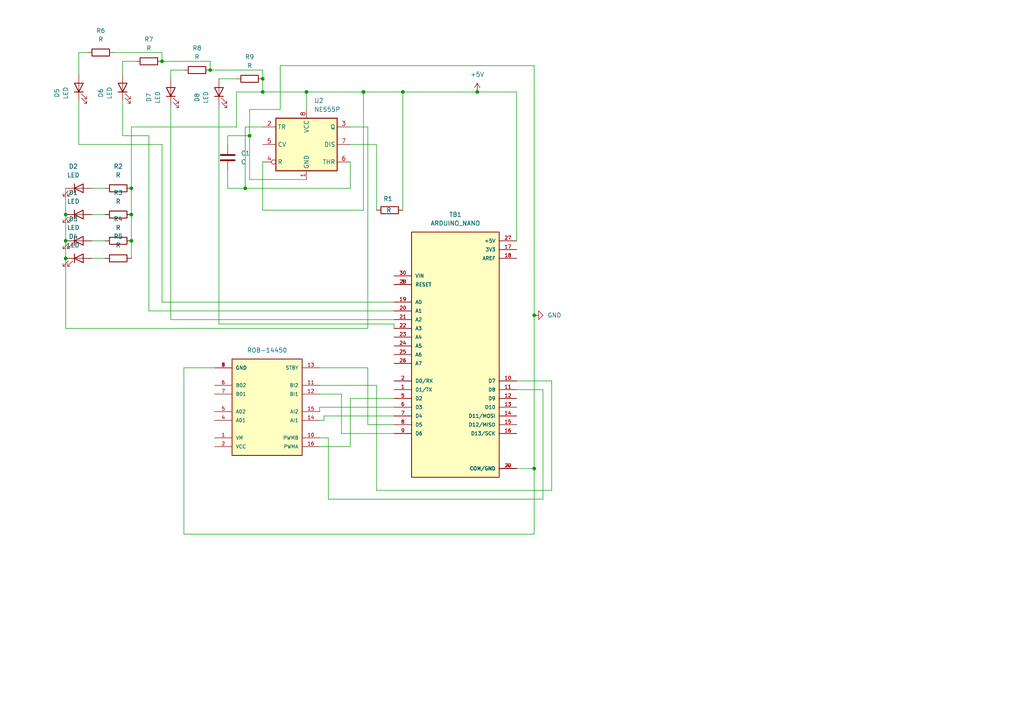
<source format=kicad_sch>
(kicad_sch
	(version 20231120)
	(generator "eeschema")
	(generator_version "8.0")
	(uuid "4da09505-f0f6-4070-955b-270a5687377f")
	(paper "A4")
	(lib_symbols
		(symbol "ARDUINO_NANO:ARDUINO_NANO"
			(pin_names
				(offset 1.016)
			)
			(exclude_from_sim no)
			(in_bom yes)
			(on_board yes)
			(property "Reference" "TB"
				(at -12.7 35.56 0)
				(effects
					(font
						(size 1.27 1.27)
					)
					(justify left bottom)
				)
			)
			(property "Value" "ARDUINO_NANO"
				(at -12.7 -38.1 0)
				(effects
					(font
						(size 1.27 1.27)
					)
					(justify left bottom)
				)
			)
			(property "Footprint" "ARDUINO_NANO:SHIELD_ARDUINO_NANO"
				(at 0 0 0)
				(effects
					(font
						(size 1.27 1.27)
					)
					(justify bottom)
					(hide yes)
				)
			)
			(property "Datasheet" ""
				(at 0 0 0)
				(effects
					(font
						(size 1.27 1.27)
					)
					(hide yes)
				)
			)
			(property "Description" ""
				(at 0 0 0)
				(effects
					(font
						(size 1.27 1.27)
					)
					(hide yes)
				)
			)
			(property "DigiKey_Part_Number" ""
				(at 0 0 0)
				(effects
					(font
						(size 1.27 1.27)
					)
					(justify bottom)
					(hide yes)
				)
			)
			(property "SnapEDA_Link" "https://www.snapeda.com/parts/Arduino%20Nano/Arduino/view-part/?ref=snap"
				(at 0 0 0)
				(effects
					(font
						(size 1.27 1.27)
					)
					(justify bottom)
					(hide yes)
				)
			)
			(property "Description_1" "\nSmall, complete, and breadboard-friendly board based on the ATmega328 (Arduino Nano 3.x)\n"
				(at 0 0 0)
				(effects
					(font
						(size 1.27 1.27)
					)
					(justify bottom)
					(hide yes)
				)
			)
			(property "Package" "Non-Standard Arduino"
				(at 0 0 0)
				(effects
					(font
						(size 1.27 1.27)
					)
					(justify bottom)
					(hide yes)
				)
			)
			(property "Check_prices" "https://www.snapeda.com/parts/Arduino%20Nano/Arduino/view-part/?ref=eda"
				(at 0 0 0)
				(effects
					(font
						(size 1.27 1.27)
					)
					(justify bottom)
					(hide yes)
				)
			)
			(property "STANDARD" "Manufacturer Recommendations"
				(at 0 0 0)
				(effects
					(font
						(size 1.27 1.27)
					)
					(justify bottom)
					(hide yes)
				)
			)
			(property "MF" "Arduino"
				(at 0 0 0)
				(effects
					(font
						(size 1.27 1.27)
					)
					(justify bottom)
					(hide yes)
				)
			)
			(property "MP" "Arduino Nano"
				(at 0 0 0)
				(effects
					(font
						(size 1.27 1.27)
					)
					(justify bottom)
					(hide yes)
				)
			)
			(property "MANUFACTURER" "ARDUINO"
				(at 0 0 0)
				(effects
					(font
						(size 1.27 1.27)
					)
					(justify bottom)
					(hide yes)
				)
			)
			(symbol "ARDUINO_NANO_0_0"
				(rectangle
					(start -12.7 -35.56)
					(end 12.7 35.56)
					(stroke
						(width 0.254)
						(type default)
					)
					(fill
						(type background)
					)
				)
				(pin bidirectional line
					(at -17.78 -10.16 0)
					(length 5.08)
					(name "D1/TX"
						(effects
							(font
								(size 1.016 1.016)
							)
						)
					)
					(number "1"
						(effects
							(font
								(size 1.016 1.016)
							)
						)
					)
				)
				(pin bidirectional line
					(at 17.78 -7.62 180)
					(length 5.08)
					(name "D7"
						(effects
							(font
								(size 1.016 1.016)
							)
						)
					)
					(number "10"
						(effects
							(font
								(size 1.016 1.016)
							)
						)
					)
				)
				(pin bidirectional line
					(at 17.78 -10.16 180)
					(length 5.08)
					(name "D8"
						(effects
							(font
								(size 1.016 1.016)
							)
						)
					)
					(number "11"
						(effects
							(font
								(size 1.016 1.016)
							)
						)
					)
				)
				(pin bidirectional line
					(at 17.78 -12.7 180)
					(length 5.08)
					(name "D9"
						(effects
							(font
								(size 1.016 1.016)
							)
						)
					)
					(number "12"
						(effects
							(font
								(size 1.016 1.016)
							)
						)
					)
				)
				(pin bidirectional line
					(at 17.78 -15.24 180)
					(length 5.08)
					(name "D10"
						(effects
							(font
								(size 1.016 1.016)
							)
						)
					)
					(number "13"
						(effects
							(font
								(size 1.016 1.016)
							)
						)
					)
				)
				(pin bidirectional line
					(at 17.78 -17.78 180)
					(length 5.08)
					(name "D11/MOSI"
						(effects
							(font
								(size 1.016 1.016)
							)
						)
					)
					(number "14"
						(effects
							(font
								(size 1.016 1.016)
							)
						)
					)
				)
				(pin bidirectional line
					(at 17.78 -20.32 180)
					(length 5.08)
					(name "D12/MISO"
						(effects
							(font
								(size 1.016 1.016)
							)
						)
					)
					(number "15"
						(effects
							(font
								(size 1.016 1.016)
							)
						)
					)
				)
				(pin bidirectional line
					(at 17.78 -22.86 180)
					(length 5.08)
					(name "D13/SCK"
						(effects
							(font
								(size 1.016 1.016)
							)
						)
					)
					(number "16"
						(effects
							(font
								(size 1.016 1.016)
							)
						)
					)
				)
				(pin power_in line
					(at 17.78 30.48 180)
					(length 5.08)
					(name "3V3"
						(effects
							(font
								(size 1.016 1.016)
							)
						)
					)
					(number "17"
						(effects
							(font
								(size 1.016 1.016)
							)
						)
					)
				)
				(pin power_in line
					(at 17.78 27.94 180)
					(length 5.08)
					(name "AREF"
						(effects
							(font
								(size 1.016 1.016)
							)
						)
					)
					(number "18"
						(effects
							(font
								(size 1.016 1.016)
							)
						)
					)
				)
				(pin input line
					(at -17.78 15.24 0)
					(length 5.08)
					(name "A0"
						(effects
							(font
								(size 1.016 1.016)
							)
						)
					)
					(number "19"
						(effects
							(font
								(size 1.016 1.016)
							)
						)
					)
				)
				(pin bidirectional line
					(at -17.78 -7.62 0)
					(length 5.08)
					(name "D0/RX"
						(effects
							(font
								(size 1.016 1.016)
							)
						)
					)
					(number "2"
						(effects
							(font
								(size 1.016 1.016)
							)
						)
					)
				)
				(pin input line
					(at -17.78 12.7 0)
					(length 5.08)
					(name "A1"
						(effects
							(font
								(size 1.016 1.016)
							)
						)
					)
					(number "20"
						(effects
							(font
								(size 1.016 1.016)
							)
						)
					)
				)
				(pin input line
					(at -17.78 10.16 0)
					(length 5.08)
					(name "A2"
						(effects
							(font
								(size 1.016 1.016)
							)
						)
					)
					(number "21"
						(effects
							(font
								(size 1.016 1.016)
							)
						)
					)
				)
				(pin input line
					(at -17.78 7.62 0)
					(length 5.08)
					(name "A3"
						(effects
							(font
								(size 1.016 1.016)
							)
						)
					)
					(number "22"
						(effects
							(font
								(size 1.016 1.016)
							)
						)
					)
				)
				(pin input line
					(at -17.78 5.08 0)
					(length 5.08)
					(name "A4"
						(effects
							(font
								(size 1.016 1.016)
							)
						)
					)
					(number "23"
						(effects
							(font
								(size 1.016 1.016)
							)
						)
					)
				)
				(pin input line
					(at -17.78 2.54 0)
					(length 5.08)
					(name "A5"
						(effects
							(font
								(size 1.016 1.016)
							)
						)
					)
					(number "24"
						(effects
							(font
								(size 1.016 1.016)
							)
						)
					)
				)
				(pin input line
					(at -17.78 0 0)
					(length 5.08)
					(name "A6"
						(effects
							(font
								(size 1.016 1.016)
							)
						)
					)
					(number "25"
						(effects
							(font
								(size 1.016 1.016)
							)
						)
					)
				)
				(pin input line
					(at -17.78 -2.54 0)
					(length 5.08)
					(name "A7"
						(effects
							(font
								(size 1.016 1.016)
							)
						)
					)
					(number "26"
						(effects
							(font
								(size 1.016 1.016)
							)
						)
					)
				)
				(pin power_in line
					(at 17.78 33.02 180)
					(length 5.08)
					(name "+5V"
						(effects
							(font
								(size 1.016 1.016)
							)
						)
					)
					(number "27"
						(effects
							(font
								(size 1.016 1.016)
							)
						)
					)
				)
				(pin input line
					(at -17.78 20.32 0)
					(length 5.08)
					(name "RESET"
						(effects
							(font
								(size 1.016 1.016)
							)
						)
					)
					(number "28"
						(effects
							(font
								(size 1.016 1.016)
							)
						)
					)
				)
				(pin power_in line
					(at 17.78 -33.02 180)
					(length 5.08)
					(name "COM/GND"
						(effects
							(font
								(size 1.016 1.016)
							)
						)
					)
					(number "29"
						(effects
							(font
								(size 1.016 1.016)
							)
						)
					)
				)
				(pin input line
					(at -17.78 20.32 0)
					(length 5.08)
					(name "RESET"
						(effects
							(font
								(size 1.016 1.016)
							)
						)
					)
					(number "3"
						(effects
							(font
								(size 1.016 1.016)
							)
						)
					)
				)
				(pin input line
					(at -17.78 22.86 0)
					(length 5.08)
					(name "VIN"
						(effects
							(font
								(size 1.016 1.016)
							)
						)
					)
					(number "30"
						(effects
							(font
								(size 1.016 1.016)
							)
						)
					)
				)
				(pin power_in line
					(at 17.78 -33.02 180)
					(length 5.08)
					(name "COM/GND"
						(effects
							(font
								(size 1.016 1.016)
							)
						)
					)
					(number "4"
						(effects
							(font
								(size 1.016 1.016)
							)
						)
					)
				)
				(pin bidirectional line
					(at -17.78 -12.7 0)
					(length 5.08)
					(name "D2"
						(effects
							(font
								(size 1.016 1.016)
							)
						)
					)
					(number "5"
						(effects
							(font
								(size 1.016 1.016)
							)
						)
					)
				)
				(pin bidirectional line
					(at -17.78 -15.24 0)
					(length 5.08)
					(name "D3"
						(effects
							(font
								(size 1.016 1.016)
							)
						)
					)
					(number "6"
						(effects
							(font
								(size 1.016 1.016)
							)
						)
					)
				)
				(pin bidirectional line
					(at -17.78 -17.78 0)
					(length 5.08)
					(name "D4"
						(effects
							(font
								(size 1.016 1.016)
							)
						)
					)
					(number "7"
						(effects
							(font
								(size 1.016 1.016)
							)
						)
					)
				)
				(pin bidirectional line
					(at -17.78 -20.32 0)
					(length 5.08)
					(name "D5"
						(effects
							(font
								(size 1.016 1.016)
							)
						)
					)
					(number "8"
						(effects
							(font
								(size 1.016 1.016)
							)
						)
					)
				)
				(pin bidirectional line
					(at -17.78 -22.86 0)
					(length 5.08)
					(name "D6"
						(effects
							(font
								(size 1.016 1.016)
							)
						)
					)
					(number "9"
						(effects
							(font
								(size 1.016 1.016)
							)
						)
					)
				)
			)
		)
		(symbol "Device:C"
			(pin_numbers hide)
			(pin_names
				(offset 0.254)
			)
			(exclude_from_sim no)
			(in_bom yes)
			(on_board yes)
			(property "Reference" "C"
				(at 0.635 2.54 0)
				(effects
					(font
						(size 1.27 1.27)
					)
					(justify left)
				)
			)
			(property "Value" "C"
				(at 0.635 -2.54 0)
				(effects
					(font
						(size 1.27 1.27)
					)
					(justify left)
				)
			)
			(property "Footprint" ""
				(at 0.9652 -3.81 0)
				(effects
					(font
						(size 1.27 1.27)
					)
					(hide yes)
				)
			)
			(property "Datasheet" "~"
				(at 0 0 0)
				(effects
					(font
						(size 1.27 1.27)
					)
					(hide yes)
				)
			)
			(property "Description" "Unpolarized capacitor"
				(at 0 0 0)
				(effects
					(font
						(size 1.27 1.27)
					)
					(hide yes)
				)
			)
			(property "ki_keywords" "cap capacitor"
				(at 0 0 0)
				(effects
					(font
						(size 1.27 1.27)
					)
					(hide yes)
				)
			)
			(property "ki_fp_filters" "C_*"
				(at 0 0 0)
				(effects
					(font
						(size 1.27 1.27)
					)
					(hide yes)
				)
			)
			(symbol "C_0_1"
				(polyline
					(pts
						(xy -2.032 -0.762) (xy 2.032 -0.762)
					)
					(stroke
						(width 0.508)
						(type default)
					)
					(fill
						(type none)
					)
				)
				(polyline
					(pts
						(xy -2.032 0.762) (xy 2.032 0.762)
					)
					(stroke
						(width 0.508)
						(type default)
					)
					(fill
						(type none)
					)
				)
			)
			(symbol "C_1_1"
				(pin passive line
					(at 0 3.81 270)
					(length 2.794)
					(name "~"
						(effects
							(font
								(size 1.27 1.27)
							)
						)
					)
					(number "1"
						(effects
							(font
								(size 1.27 1.27)
							)
						)
					)
				)
				(pin passive line
					(at 0 -3.81 90)
					(length 2.794)
					(name "~"
						(effects
							(font
								(size 1.27 1.27)
							)
						)
					)
					(number "2"
						(effects
							(font
								(size 1.27 1.27)
							)
						)
					)
				)
			)
		)
		(symbol "Device:LED"
			(pin_numbers hide)
			(pin_names
				(offset 1.016) hide)
			(exclude_from_sim no)
			(in_bom yes)
			(on_board yes)
			(property "Reference" "D"
				(at 0 2.54 0)
				(effects
					(font
						(size 1.27 1.27)
					)
				)
			)
			(property "Value" "LED"
				(at 0 -2.54 0)
				(effects
					(font
						(size 1.27 1.27)
					)
				)
			)
			(property "Footprint" ""
				(at 0 0 0)
				(effects
					(font
						(size 1.27 1.27)
					)
					(hide yes)
				)
			)
			(property "Datasheet" "~"
				(at 0 0 0)
				(effects
					(font
						(size 1.27 1.27)
					)
					(hide yes)
				)
			)
			(property "Description" "Light emitting diode"
				(at 0 0 0)
				(effects
					(font
						(size 1.27 1.27)
					)
					(hide yes)
				)
			)
			(property "ki_keywords" "LED diode"
				(at 0 0 0)
				(effects
					(font
						(size 1.27 1.27)
					)
					(hide yes)
				)
			)
			(property "ki_fp_filters" "LED* LED_SMD:* LED_THT:*"
				(at 0 0 0)
				(effects
					(font
						(size 1.27 1.27)
					)
					(hide yes)
				)
			)
			(symbol "LED_0_1"
				(polyline
					(pts
						(xy -1.27 -1.27) (xy -1.27 1.27)
					)
					(stroke
						(width 0.254)
						(type default)
					)
					(fill
						(type none)
					)
				)
				(polyline
					(pts
						(xy -1.27 0) (xy 1.27 0)
					)
					(stroke
						(width 0)
						(type default)
					)
					(fill
						(type none)
					)
				)
				(polyline
					(pts
						(xy 1.27 -1.27) (xy 1.27 1.27) (xy -1.27 0) (xy 1.27 -1.27)
					)
					(stroke
						(width 0.254)
						(type default)
					)
					(fill
						(type none)
					)
				)
				(polyline
					(pts
						(xy -3.048 -0.762) (xy -4.572 -2.286) (xy -3.81 -2.286) (xy -4.572 -2.286) (xy -4.572 -1.524)
					)
					(stroke
						(width 0)
						(type default)
					)
					(fill
						(type none)
					)
				)
				(polyline
					(pts
						(xy -1.778 -0.762) (xy -3.302 -2.286) (xy -2.54 -2.286) (xy -3.302 -2.286) (xy -3.302 -1.524)
					)
					(stroke
						(width 0)
						(type default)
					)
					(fill
						(type none)
					)
				)
			)
			(symbol "LED_1_1"
				(pin passive line
					(at -3.81 0 0)
					(length 2.54)
					(name "K"
						(effects
							(font
								(size 1.27 1.27)
							)
						)
					)
					(number "1"
						(effects
							(font
								(size 1.27 1.27)
							)
						)
					)
				)
				(pin passive line
					(at 3.81 0 180)
					(length 2.54)
					(name "A"
						(effects
							(font
								(size 1.27 1.27)
							)
						)
					)
					(number "2"
						(effects
							(font
								(size 1.27 1.27)
							)
						)
					)
				)
			)
		)
		(symbol "Device:R"
			(pin_numbers hide)
			(pin_names
				(offset 0)
			)
			(exclude_from_sim no)
			(in_bom yes)
			(on_board yes)
			(property "Reference" "R"
				(at 2.032 0 90)
				(effects
					(font
						(size 1.27 1.27)
					)
				)
			)
			(property "Value" "R"
				(at 0 0 90)
				(effects
					(font
						(size 1.27 1.27)
					)
				)
			)
			(property "Footprint" ""
				(at -1.778 0 90)
				(effects
					(font
						(size 1.27 1.27)
					)
					(hide yes)
				)
			)
			(property "Datasheet" "~"
				(at 0 0 0)
				(effects
					(font
						(size 1.27 1.27)
					)
					(hide yes)
				)
			)
			(property "Description" "Resistor"
				(at 0 0 0)
				(effects
					(font
						(size 1.27 1.27)
					)
					(hide yes)
				)
			)
			(property "ki_keywords" "R res resistor"
				(at 0 0 0)
				(effects
					(font
						(size 1.27 1.27)
					)
					(hide yes)
				)
			)
			(property "ki_fp_filters" "R_*"
				(at 0 0 0)
				(effects
					(font
						(size 1.27 1.27)
					)
					(hide yes)
				)
			)
			(symbol "R_0_1"
				(rectangle
					(start -1.016 -2.54)
					(end 1.016 2.54)
					(stroke
						(width 0.254)
						(type default)
					)
					(fill
						(type none)
					)
				)
			)
			(symbol "R_1_1"
				(pin passive line
					(at 0 3.81 270)
					(length 1.27)
					(name "~"
						(effects
							(font
								(size 1.27 1.27)
							)
						)
					)
					(number "1"
						(effects
							(font
								(size 1.27 1.27)
							)
						)
					)
				)
				(pin passive line
					(at 0 -3.81 90)
					(length 1.27)
					(name "~"
						(effects
							(font
								(size 1.27 1.27)
							)
						)
					)
					(number "2"
						(effects
							(font
								(size 1.27 1.27)
							)
						)
					)
				)
			)
		)
		(symbol "ROB-14450:ROB-14450"
			(pin_names
				(offset 1.016)
			)
			(exclude_from_sim no)
			(in_bom yes)
			(on_board yes)
			(property "Reference" "U"
				(at -10.16 16.002 0)
				(effects
					(font
						(size 1.27 1.27)
					)
					(justify left bottom)
				)
			)
			(property "Value" "ROB-14450"
				(at -10.16 -15.24 0)
				(effects
					(font
						(size 1.27 1.27)
					)
					(justify left bottom)
				)
			)
			(property "Footprint" "ROB-14450:MODULE_ROB-14450"
				(at 0 0 0)
				(effects
					(font
						(size 1.27 1.27)
					)
					(justify bottom)
					(hide yes)
				)
			)
			(property "Datasheet" ""
				(at 0 0 0)
				(effects
					(font
						(size 1.27 1.27)
					)
					(hide yes)
				)
			)
			(property "Description" ""
				(at 0 0 0)
				(effects
					(font
						(size 1.27 1.27)
					)
					(hide yes)
				)
			)
			(property "MF" "SparkFun Electronics"
				(at 0 0 0)
				(effects
					(font
						(size 1.27 1.27)
					)
					(justify bottom)
					(hide yes)
				)
			)
			(property "Description_1" "\nTB6612FNG Motor Controller/Driver Power Management Evaluation Board\n"
				(at 0 0 0)
				(effects
					(font
						(size 1.27 1.27)
					)
					(justify bottom)
					(hide yes)
				)
			)
			(property "Package" "None"
				(at 0 0 0)
				(effects
					(font
						(size 1.27 1.27)
					)
					(justify bottom)
					(hide yes)
				)
			)
			(property "Price" "None"
				(at 0 0 0)
				(effects
					(font
						(size 1.27 1.27)
					)
					(justify bottom)
					(hide yes)
				)
			)
			(property "Check_prices" "https://www.snapeda.com/parts/ROB-14450/SparkFun+Electronics/view-part/?ref=eda"
				(at 0 0 0)
				(effects
					(font
						(size 1.27 1.27)
					)
					(justify bottom)
					(hide yes)
				)
			)
			(property "STANDARD" "Manufacturer Recommendation"
				(at 0 0 0)
				(effects
					(font
						(size 1.27 1.27)
					)
					(justify bottom)
					(hide yes)
				)
			)
			(property "PARTREV" "11-13-17"
				(at 0 0 0)
				(effects
					(font
						(size 1.27 1.27)
					)
					(justify bottom)
					(hide yes)
				)
			)
			(property "SnapEDA_Link" "https://www.snapeda.com/parts/ROB-14450/SparkFun+Electronics/view-part/?ref=snap"
				(at 0 0 0)
				(effects
					(font
						(size 1.27 1.27)
					)
					(justify bottom)
					(hide yes)
				)
			)
			(property "MP" "ROB-14450"
				(at 0 0 0)
				(effects
					(font
						(size 1.27 1.27)
					)
					(justify bottom)
					(hide yes)
				)
			)
			(property "Purchase-URL" "https://www.snapeda.com/api/url_track_click_mouser/?unipart_id=2656367&manufacturer=SparkFun Electronics&part_name=ROB-14450&search_term=tb6612fng"
				(at 0 0 0)
				(effects
					(font
						(size 1.27 1.27)
					)
					(justify bottom)
					(hide yes)
				)
			)
			(property "Availability" "In Stock"
				(at 0 0 0)
				(effects
					(font
						(size 1.27 1.27)
					)
					(justify bottom)
					(hide yes)
				)
			)
			(property "MANUFACTURER" "Sparkfun Electronics"
				(at 0 0 0)
				(effects
					(font
						(size 1.27 1.27)
					)
					(justify bottom)
					(hide yes)
				)
			)
			(symbol "ROB-14450_0_0"
				(rectangle
					(start -10.16 -12.7)
					(end 10.16 15.24)
					(stroke
						(width 0.254)
						(type default)
					)
					(fill
						(type background)
					)
				)
				(pin power_in line
					(at 15.24 10.16 180)
					(length 5.08)
					(name "VM"
						(effects
							(font
								(size 1.016 1.016)
							)
						)
					)
					(number "1"
						(effects
							(font
								(size 1.016 1.016)
							)
						)
					)
				)
				(pin input line
					(at -15.24 10.16 0)
					(length 5.08)
					(name "PWMB"
						(effects
							(font
								(size 1.016 1.016)
							)
						)
					)
					(number "10"
						(effects
							(font
								(size 1.016 1.016)
							)
						)
					)
				)
				(pin input line
					(at -15.24 -5.08 0)
					(length 5.08)
					(name "BI2"
						(effects
							(font
								(size 1.016 1.016)
							)
						)
					)
					(number "11"
						(effects
							(font
								(size 1.016 1.016)
							)
						)
					)
				)
				(pin input line
					(at -15.24 -2.54 0)
					(length 5.08)
					(name "BI1"
						(effects
							(font
								(size 1.016 1.016)
							)
						)
					)
					(number "12"
						(effects
							(font
								(size 1.016 1.016)
							)
						)
					)
				)
				(pin input line
					(at -15.24 -10.16 0)
					(length 5.08)
					(name "STBY"
						(effects
							(font
								(size 1.016 1.016)
							)
						)
					)
					(number "13"
						(effects
							(font
								(size 1.016 1.016)
							)
						)
					)
				)
				(pin input line
					(at -15.24 5.08 0)
					(length 5.08)
					(name "AI1"
						(effects
							(font
								(size 1.016 1.016)
							)
						)
					)
					(number "14"
						(effects
							(font
								(size 1.016 1.016)
							)
						)
					)
				)
				(pin input line
					(at -15.24 2.54 0)
					(length 5.08)
					(name "AI2"
						(effects
							(font
								(size 1.016 1.016)
							)
						)
					)
					(number "15"
						(effects
							(font
								(size 1.016 1.016)
							)
						)
					)
				)
				(pin input line
					(at -15.24 12.7 0)
					(length 5.08)
					(name "PWMA"
						(effects
							(font
								(size 1.016 1.016)
							)
						)
					)
					(number "16"
						(effects
							(font
								(size 1.016 1.016)
							)
						)
					)
				)
				(pin power_in line
					(at 15.24 12.7 180)
					(length 5.08)
					(name "VCC"
						(effects
							(font
								(size 1.016 1.016)
							)
						)
					)
					(number "2"
						(effects
							(font
								(size 1.016 1.016)
							)
						)
					)
				)
				(pin power_in line
					(at 15.24 -10.16 180)
					(length 5.08)
					(name "GND"
						(effects
							(font
								(size 1.016 1.016)
							)
						)
					)
					(number "3"
						(effects
							(font
								(size 1.016 1.016)
							)
						)
					)
				)
				(pin output line
					(at 15.24 5.08 180)
					(length 5.08)
					(name "A01"
						(effects
							(font
								(size 1.016 1.016)
							)
						)
					)
					(number "4"
						(effects
							(font
								(size 1.016 1.016)
							)
						)
					)
				)
				(pin output line
					(at 15.24 2.54 180)
					(length 5.08)
					(name "A02"
						(effects
							(font
								(size 1.016 1.016)
							)
						)
					)
					(number "5"
						(effects
							(font
								(size 1.016 1.016)
							)
						)
					)
				)
				(pin output line
					(at 15.24 -5.08 180)
					(length 5.08)
					(name "B02"
						(effects
							(font
								(size 1.016 1.016)
							)
						)
					)
					(number "6"
						(effects
							(font
								(size 1.016 1.016)
							)
						)
					)
				)
				(pin output line
					(at 15.24 -2.54 180)
					(length 5.08)
					(name "B01"
						(effects
							(font
								(size 1.016 1.016)
							)
						)
					)
					(number "7"
						(effects
							(font
								(size 1.016 1.016)
							)
						)
					)
				)
				(pin power_in line
					(at 15.24 -10.16 180)
					(length 5.08)
					(name "GND"
						(effects
							(font
								(size 1.016 1.016)
							)
						)
					)
					(number "8"
						(effects
							(font
								(size 1.016 1.016)
							)
						)
					)
				)
				(pin power_in line
					(at 15.24 -10.16 180)
					(length 5.08)
					(name "GND"
						(effects
							(font
								(size 1.016 1.016)
							)
						)
					)
					(number "9"
						(effects
							(font
								(size 1.016 1.016)
							)
						)
					)
				)
			)
		)
		(symbol "Timer:NE555P"
			(exclude_from_sim no)
			(in_bom yes)
			(on_board yes)
			(property "Reference" "U"
				(at -10.16 8.89 0)
				(effects
					(font
						(size 1.27 1.27)
					)
					(justify left)
				)
			)
			(property "Value" "NE555P"
				(at 2.54 8.89 0)
				(effects
					(font
						(size 1.27 1.27)
					)
					(justify left)
				)
			)
			(property "Footprint" "Package_DIP:DIP-8_W7.62mm"
				(at 16.51 -10.16 0)
				(effects
					(font
						(size 1.27 1.27)
					)
					(hide yes)
				)
			)
			(property "Datasheet" "http://www.ti.com/lit/ds/symlink/ne555.pdf"
				(at 21.59 -10.16 0)
				(effects
					(font
						(size 1.27 1.27)
					)
					(hide yes)
				)
			)
			(property "Description" "Precision Timers, 555 compatible,  PDIP-8"
				(at 0 0 0)
				(effects
					(font
						(size 1.27 1.27)
					)
					(hide yes)
				)
			)
			(property "ki_keywords" "single timer 555"
				(at 0 0 0)
				(effects
					(font
						(size 1.27 1.27)
					)
					(hide yes)
				)
			)
			(property "ki_fp_filters" "DIP*W7.62mm*"
				(at 0 0 0)
				(effects
					(font
						(size 1.27 1.27)
					)
					(hide yes)
				)
			)
			(symbol "NE555P_0_0"
				(pin power_in line
					(at 0 -10.16 90)
					(length 2.54)
					(name "GND"
						(effects
							(font
								(size 1.27 1.27)
							)
						)
					)
					(number "1"
						(effects
							(font
								(size 1.27 1.27)
							)
						)
					)
				)
				(pin power_in line
					(at 0 10.16 270)
					(length 2.54)
					(name "VCC"
						(effects
							(font
								(size 1.27 1.27)
							)
						)
					)
					(number "8"
						(effects
							(font
								(size 1.27 1.27)
							)
						)
					)
				)
			)
			(symbol "NE555P_0_1"
				(rectangle
					(start -8.89 -7.62)
					(end 8.89 7.62)
					(stroke
						(width 0.254)
						(type default)
					)
					(fill
						(type background)
					)
				)
				(rectangle
					(start -8.89 -7.62)
					(end 8.89 7.62)
					(stroke
						(width 0.254)
						(type default)
					)
					(fill
						(type background)
					)
				)
			)
			(symbol "NE555P_1_1"
				(pin input line
					(at -12.7 5.08 0)
					(length 3.81)
					(name "TR"
						(effects
							(font
								(size 1.27 1.27)
							)
						)
					)
					(number "2"
						(effects
							(font
								(size 1.27 1.27)
							)
						)
					)
				)
				(pin output line
					(at 12.7 5.08 180)
					(length 3.81)
					(name "Q"
						(effects
							(font
								(size 1.27 1.27)
							)
						)
					)
					(number "3"
						(effects
							(font
								(size 1.27 1.27)
							)
						)
					)
				)
				(pin input inverted
					(at -12.7 -5.08 0)
					(length 3.81)
					(name "R"
						(effects
							(font
								(size 1.27 1.27)
							)
						)
					)
					(number "4"
						(effects
							(font
								(size 1.27 1.27)
							)
						)
					)
				)
				(pin input line
					(at -12.7 0 0)
					(length 3.81)
					(name "CV"
						(effects
							(font
								(size 1.27 1.27)
							)
						)
					)
					(number "5"
						(effects
							(font
								(size 1.27 1.27)
							)
						)
					)
				)
				(pin input line
					(at 12.7 -5.08 180)
					(length 3.81)
					(name "THR"
						(effects
							(font
								(size 1.27 1.27)
							)
						)
					)
					(number "6"
						(effects
							(font
								(size 1.27 1.27)
							)
						)
					)
				)
				(pin input line
					(at 12.7 0 180)
					(length 3.81)
					(name "DIS"
						(effects
							(font
								(size 1.27 1.27)
							)
						)
					)
					(number "7"
						(effects
							(font
								(size 1.27 1.27)
							)
						)
					)
				)
			)
		)
		(symbol "power:+5V"
			(power)
			(pin_numbers hide)
			(pin_names
				(offset 0) hide)
			(exclude_from_sim no)
			(in_bom yes)
			(on_board yes)
			(property "Reference" "#PWR"
				(at 0 -3.81 0)
				(effects
					(font
						(size 1.27 1.27)
					)
					(hide yes)
				)
			)
			(property "Value" "+5V"
				(at 0 3.556 0)
				(effects
					(font
						(size 1.27 1.27)
					)
				)
			)
			(property "Footprint" ""
				(at 0 0 0)
				(effects
					(font
						(size 1.27 1.27)
					)
					(hide yes)
				)
			)
			(property "Datasheet" ""
				(at 0 0 0)
				(effects
					(font
						(size 1.27 1.27)
					)
					(hide yes)
				)
			)
			(property "Description" "Power symbol creates a global label with name \"+5V\""
				(at 0 0 0)
				(effects
					(font
						(size 1.27 1.27)
					)
					(hide yes)
				)
			)
			(property "ki_keywords" "global power"
				(at 0 0 0)
				(effects
					(font
						(size 1.27 1.27)
					)
					(hide yes)
				)
			)
			(symbol "+5V_0_1"
				(polyline
					(pts
						(xy -0.762 1.27) (xy 0 2.54)
					)
					(stroke
						(width 0)
						(type default)
					)
					(fill
						(type none)
					)
				)
				(polyline
					(pts
						(xy 0 0) (xy 0 2.54)
					)
					(stroke
						(width 0)
						(type default)
					)
					(fill
						(type none)
					)
				)
				(polyline
					(pts
						(xy 0 2.54) (xy 0.762 1.27)
					)
					(stroke
						(width 0)
						(type default)
					)
					(fill
						(type none)
					)
				)
			)
			(symbol "+5V_1_1"
				(pin power_in line
					(at 0 0 90)
					(length 0)
					(name "~"
						(effects
							(font
								(size 1.27 1.27)
							)
						)
					)
					(number "1"
						(effects
							(font
								(size 1.27 1.27)
							)
						)
					)
				)
			)
		)
		(symbol "power:GND"
			(power)
			(pin_numbers hide)
			(pin_names
				(offset 0) hide)
			(exclude_from_sim no)
			(in_bom yes)
			(on_board yes)
			(property "Reference" "#PWR"
				(at 0 -6.35 0)
				(effects
					(font
						(size 1.27 1.27)
					)
					(hide yes)
				)
			)
			(property "Value" "GND"
				(at 0 -3.81 0)
				(effects
					(font
						(size 1.27 1.27)
					)
				)
			)
			(property "Footprint" ""
				(at 0 0 0)
				(effects
					(font
						(size 1.27 1.27)
					)
					(hide yes)
				)
			)
			(property "Datasheet" ""
				(at 0 0 0)
				(effects
					(font
						(size 1.27 1.27)
					)
					(hide yes)
				)
			)
			(property "Description" "Power symbol creates a global label with name \"GND\" , ground"
				(at 0 0 0)
				(effects
					(font
						(size 1.27 1.27)
					)
					(hide yes)
				)
			)
			(property "ki_keywords" "global power"
				(at 0 0 0)
				(effects
					(font
						(size 1.27 1.27)
					)
					(hide yes)
				)
			)
			(symbol "GND_0_1"
				(polyline
					(pts
						(xy 0 0) (xy 0 -1.27) (xy 1.27 -1.27) (xy 0 -2.54) (xy -1.27 -1.27) (xy 0 -1.27)
					)
					(stroke
						(width 0)
						(type default)
					)
					(fill
						(type none)
					)
				)
			)
			(symbol "GND_1_1"
				(pin power_in line
					(at 0 0 270)
					(length 0)
					(name "~"
						(effects
							(font
								(size 1.27 1.27)
							)
						)
					)
					(number "1"
						(effects
							(font
								(size 1.27 1.27)
							)
						)
					)
				)
			)
		)
	)
	(junction
		(at 38.1 54.61)
		(diameter 0)
		(color 0 0 0 0)
		(uuid "019ac503-b4a8-417f-8bde-b02cac8e94a9")
	)
	(junction
		(at 76.2 26.67)
		(diameter 0)
		(color 0 0 0 0)
		(uuid "057edb95-bdaa-47af-a62c-7164bce63bf0")
	)
	(junction
		(at 19.05 62.23)
		(diameter 0)
		(color 0 0 0 0)
		(uuid "3dbb858c-17d6-4246-ba60-f7137f5817f6")
	)
	(junction
		(at 154.94 91.44)
		(diameter 0)
		(color 0 0 0 0)
		(uuid "3fce1abe-ebd7-40c8-85fd-2f2c1035d0d7")
	)
	(junction
		(at 138.43 26.67)
		(diameter 0)
		(color 0 0 0 0)
		(uuid "41b5bac4-cd3e-4dd7-9419-3d49af925e88")
	)
	(junction
		(at 38.1 69.85)
		(diameter 0)
		(color 0 0 0 0)
		(uuid "4a3b3279-8f4e-4be8-8e24-7725fba9f83e")
	)
	(junction
		(at 19.05 69.85)
		(diameter 0)
		(color 0 0 0 0)
		(uuid "599d5dbf-ce0d-4b2a-bdb4-bacf14fb7bd5")
	)
	(junction
		(at 116.84 26.67)
		(diameter 0)
		(color 0 0 0 0)
		(uuid "5ba2812b-41e4-4400-af50-fd7063374fa0")
	)
	(junction
		(at 46.99 17.78)
		(diameter 0)
		(color 0 0 0 0)
		(uuid "70490271-e23a-43a0-bf32-d58f3a33ff10")
	)
	(junction
		(at 60.96 20.32)
		(diameter 0)
		(color 0 0 0 0)
		(uuid "829d74d5-6330-42b0-a430-2d896fd28bcb")
	)
	(junction
		(at 38.1 62.23)
		(diameter 0)
		(color 0 0 0 0)
		(uuid "9379e54e-b13b-420a-b010-eba3d17c6899")
	)
	(junction
		(at 105.41 26.67)
		(diameter 0)
		(color 0 0 0 0)
		(uuid "974ae898-5879-41d3-b4fc-05a73db3c2f4")
	)
	(junction
		(at 154.94 135.89)
		(diameter 0)
		(color 0 0 0 0)
		(uuid "9cf92233-0606-4f88-a1fd-4ad6d1d3de8e")
	)
	(junction
		(at 71.12 54.61)
		(diameter 0)
		(color 0 0 0 0)
		(uuid "b400d281-7fb7-482a-bd0c-f5c572a614e7")
	)
	(junction
		(at 19.05 74.93)
		(diameter 0)
		(color 0 0 0 0)
		(uuid "e06ae3ba-4a3f-4d99-b853-f2c5eea13496")
	)
	(junction
		(at 88.9 26.67)
		(diameter 0)
		(color 0 0 0 0)
		(uuid "e33e8ec7-45b1-4f89-84a3-3624bf2583d1")
	)
	(junction
		(at 76.2 22.86)
		(diameter 0)
		(color 0 0 0 0)
		(uuid "e3fe6a22-dcd7-43ad-a1b6-a7e6804d3ce1")
	)
	(junction
		(at 72.39 39.37)
		(diameter 0)
		(color 0 0 0 0)
		(uuid "e64622e9-3563-464c-bf41-c746566979be")
	)
	(wire
		(pts
			(xy 49.53 30.48) (xy 49.53 92.71)
		)
		(stroke
			(width 0)
			(type default)
		)
		(uuid "01b02d06-8e94-411f-a906-e86bfcbbe3be")
	)
	(wire
		(pts
			(xy 106.68 123.19) (xy 106.68 106.68)
		)
		(stroke
			(width 0)
			(type default)
		)
		(uuid "01cc84f2-67e2-421a-992f-341543d30ebf")
	)
	(wire
		(pts
			(xy 101.6 129.54) (xy 92.71 129.54)
		)
		(stroke
			(width 0)
			(type default)
		)
		(uuid "03877e26-e159-4885-a08b-2976fb446b2d")
	)
	(wire
		(pts
			(xy 154.94 154.94) (xy 53.34 154.94)
		)
		(stroke
			(width 0)
			(type default)
		)
		(uuid "06da332e-bef9-465c-9625-54161a373bc1")
	)
	(wire
		(pts
			(xy 46.99 15.24) (xy 33.02 15.24)
		)
		(stroke
			(width 0)
			(type default)
		)
		(uuid "07ee00e9-7a95-4d2a-a51e-9d31d6f711b0")
	)
	(wire
		(pts
			(xy 68.58 26.67) (xy 68.58 36.83)
		)
		(stroke
			(width 0)
			(type default)
		)
		(uuid "09bd8709-35bb-4136-9a9a-ca61c5902ce8")
	)
	(wire
		(pts
			(xy 19.05 54.61) (xy 19.05 62.23)
		)
		(stroke
			(width 0)
			(type default)
		)
		(uuid "10df1fe6-f5f5-46a7-a447-b272e3957736")
	)
	(wire
		(pts
			(xy 68.58 36.83) (xy 38.1 36.83)
		)
		(stroke
			(width 0)
			(type default)
		)
		(uuid "111b1998-21aa-4d56-acf0-489a6cc47837")
	)
	(wire
		(pts
			(xy 81.28 19.05) (xy 154.94 19.05)
		)
		(stroke
			(width 0)
			(type default)
		)
		(uuid "127c5da2-dce6-4757-8940-851bdeddb72b")
	)
	(wire
		(pts
			(xy 49.53 92.71) (xy 114.3 92.71)
		)
		(stroke
			(width 0)
			(type default)
		)
		(uuid "1445665b-2a48-4fd3-a193-144993c8a30c")
	)
	(wire
		(pts
			(xy 66.04 54.61) (xy 71.12 54.61)
		)
		(stroke
			(width 0)
			(type default)
		)
		(uuid "14cb965f-f064-4044-949d-192adcffde9b")
	)
	(wire
		(pts
			(xy 60.96 20.32) (xy 60.96 17.78)
		)
		(stroke
			(width 0)
			(type default)
		)
		(uuid "16c9721a-bc38-4ad5-8c78-2f354579cfb6")
	)
	(wire
		(pts
			(xy 46.99 87.63) (xy 114.3 87.63)
		)
		(stroke
			(width 0)
			(type default)
		)
		(uuid "170a39ef-60a0-4769-83f5-8a766bacf1c4")
	)
	(wire
		(pts
			(xy 46.99 17.78) (xy 46.99 15.24)
		)
		(stroke
			(width 0)
			(type default)
		)
		(uuid "1d65290e-bbe1-4c75-811e-173084bec321")
	)
	(wire
		(pts
			(xy 35.56 17.78) (xy 35.56 21.59)
		)
		(stroke
			(width 0)
			(type default)
		)
		(uuid "208bfcde-f8f6-42e0-bbfb-c6801207d80b")
	)
	(wire
		(pts
			(xy 116.84 60.96) (xy 116.84 26.67)
		)
		(stroke
			(width 0)
			(type default)
		)
		(uuid "23766d81-66cb-4200-8973-dc77f3324528")
	)
	(wire
		(pts
			(xy 19.05 95.25) (xy 19.05 74.93)
		)
		(stroke
			(width 0)
			(type default)
		)
		(uuid "252fc018-f0fa-4dc4-95df-a08f404b526b")
	)
	(wire
		(pts
			(xy 106.68 36.83) (xy 106.68 95.25)
		)
		(stroke
			(width 0)
			(type default)
		)
		(uuid "25aa38ec-5815-4987-a3f5-8f4d96e6e11a")
	)
	(wire
		(pts
			(xy 38.1 62.23) (xy 38.1 69.85)
		)
		(stroke
			(width 0)
			(type default)
		)
		(uuid "2862686a-b774-4df6-a1f4-f21424c4b3b5")
	)
	(wire
		(pts
			(xy 88.9 26.67) (xy 105.41 26.67)
		)
		(stroke
			(width 0)
			(type default)
		)
		(uuid "29cfb512-6705-43aa-939a-7659d0fdcc6c")
	)
	(wire
		(pts
			(xy 76.2 60.96) (xy 105.41 60.96)
		)
		(stroke
			(width 0)
			(type default)
		)
		(uuid "2a698011-923e-4794-8105-8bd20f978b14")
	)
	(wire
		(pts
			(xy 93.98 120.65) (xy 93.98 121.92)
		)
		(stroke
			(width 0)
			(type default)
		)
		(uuid "2ed39c0b-26a9-47df-af58-fcb21be03832")
	)
	(wire
		(pts
			(xy 66.04 39.37) (xy 66.04 41.91)
		)
		(stroke
			(width 0)
			(type default)
		)
		(uuid "30882cc1-9038-45a5-bded-1f4c7bb10ff3")
	)
	(wire
		(pts
			(xy 160.02 110.49) (xy 160.02 142.24)
		)
		(stroke
			(width 0)
			(type default)
		)
		(uuid "347e985b-6bf1-4c68-9bf1-95765e1bd636")
	)
	(wire
		(pts
			(xy 43.18 90.17) (xy 114.3 90.17)
		)
		(stroke
			(width 0)
			(type default)
		)
		(uuid "372929ac-2033-49cf-bfa8-047fa33c5687")
	)
	(wire
		(pts
			(xy 22.86 29.21) (xy 22.86 41.91)
		)
		(stroke
			(width 0)
			(type default)
		)
		(uuid "376c2a07-0467-4476-a9b6-81416742e17f")
	)
	(wire
		(pts
			(xy 109.22 111.76) (xy 92.71 111.76)
		)
		(stroke
			(width 0)
			(type default)
		)
		(uuid "3a6d6f21-80a0-4c78-96ca-ba7ca259f1bc")
	)
	(wire
		(pts
			(xy 157.48 144.78) (xy 95.25 144.78)
		)
		(stroke
			(width 0)
			(type default)
		)
		(uuid "3fc2ac8e-0b98-47fd-b05d-6919678a4333")
	)
	(wire
		(pts
			(xy 66.04 54.61) (xy 66.04 49.53)
		)
		(stroke
			(width 0)
			(type default)
		)
		(uuid "465eef52-fc2b-4fa1-aec8-9da0f3ab1960")
	)
	(wire
		(pts
			(xy 154.94 91.44) (xy 154.94 135.89)
		)
		(stroke
			(width 0)
			(type default)
		)
		(uuid "47f216e3-cc25-49ac-ab25-7042560f0d19")
	)
	(wire
		(pts
			(xy 38.1 69.85) (xy 38.1 74.93)
		)
		(stroke
			(width 0)
			(type default)
		)
		(uuid "4cad00e2-ffa0-40db-8902-730f178264eb")
	)
	(wire
		(pts
			(xy 38.1 54.61) (xy 38.1 62.23)
		)
		(stroke
			(width 0)
			(type default)
		)
		(uuid "4fd6a079-6727-4172-b335-5c83a67a1e21")
	)
	(wire
		(pts
			(xy 22.86 15.24) (xy 22.86 21.59)
		)
		(stroke
			(width 0)
			(type default)
		)
		(uuid "50adc84d-6d49-4361-ac38-68b25fecefc5")
	)
	(wire
		(pts
			(xy 114.3 93.98) (xy 114.3 95.25)
		)
		(stroke
			(width 0)
			(type default)
		)
		(uuid "5a30fb99-7c0f-4ca5-ac0b-450143aa9a8b")
	)
	(wire
		(pts
			(xy 116.84 26.67) (xy 138.43 26.67)
		)
		(stroke
			(width 0)
			(type default)
		)
		(uuid "5ad41c25-8d6b-40c6-907e-80ec1ee67bac")
	)
	(wire
		(pts
			(xy 19.05 69.85) (xy 19.05 74.93)
		)
		(stroke
			(width 0)
			(type default)
		)
		(uuid "5ed41f7b-0cb1-4c58-a113-d4f2a70e0a73")
	)
	(wire
		(pts
			(xy 35.56 39.37) (xy 43.18 39.37)
		)
		(stroke
			(width 0)
			(type default)
		)
		(uuid "618a9d6c-a3b7-4f8e-80e5-030c52c96d41")
	)
	(wire
		(pts
			(xy 35.56 29.21) (xy 35.56 39.37)
		)
		(stroke
			(width 0)
			(type default)
		)
		(uuid "61b74e36-843b-43a2-b800-cde25baaaf08")
	)
	(wire
		(pts
			(xy 149.86 69.85) (xy 149.86 26.67)
		)
		(stroke
			(width 0)
			(type default)
		)
		(uuid "68234d46-acb2-4994-94d1-83736d7dbd7c")
	)
	(wire
		(pts
			(xy 76.2 20.32) (xy 60.96 20.32)
		)
		(stroke
			(width 0)
			(type default)
		)
		(uuid "693ccab1-91c0-40ca-a925-7835dd1fe101")
	)
	(wire
		(pts
			(xy 53.34 154.94) (xy 53.34 106.68)
		)
		(stroke
			(width 0)
			(type default)
		)
		(uuid "6a94e2ce-7ae0-497a-891e-ab82f78ddcb5")
	)
	(wire
		(pts
			(xy 39.37 17.78) (xy 35.56 17.78)
		)
		(stroke
			(width 0)
			(type default)
		)
		(uuid "6aec685a-8689-4622-b6d6-33d21988ff1d")
	)
	(wire
		(pts
			(xy 93.98 121.92) (xy 92.71 121.92)
		)
		(stroke
			(width 0)
			(type default)
		)
		(uuid "6bd638ce-7b92-4e05-8cb1-f779d76ac96e")
	)
	(wire
		(pts
			(xy 99.06 125.73) (xy 99.06 114.3)
		)
		(stroke
			(width 0)
			(type default)
		)
		(uuid "6c70cef3-db11-450f-b19d-e22fd15f9dbe")
	)
	(wire
		(pts
			(xy 22.86 41.91) (xy 46.99 41.91)
		)
		(stroke
			(width 0)
			(type default)
		)
		(uuid "6ef66f39-c91d-4643-86a5-55aacf485083")
	)
	(wire
		(pts
			(xy 38.1 36.83) (xy 38.1 54.61)
		)
		(stroke
			(width 0)
			(type default)
		)
		(uuid "71624d93-f39a-4550-ab43-2c03fdf417d9")
	)
	(wire
		(pts
			(xy 63.5 30.48) (xy 63.5 93.98)
		)
		(stroke
			(width 0)
			(type default)
		)
		(uuid "7989b301-bca3-4679-95da-0ecada79ccc2")
	)
	(wire
		(pts
			(xy 114.3 118.11) (xy 92.71 118.11)
		)
		(stroke
			(width 0)
			(type default)
		)
		(uuid "7bc92753-e89b-4698-97ff-1d922c7bd7c3")
	)
	(wire
		(pts
			(xy 72.39 52.07) (xy 72.39 39.37)
		)
		(stroke
			(width 0)
			(type default)
		)
		(uuid "7cb850b9-644e-4e3f-8c0e-da9a955f3f08")
	)
	(wire
		(pts
			(xy 157.48 113.03) (xy 157.48 144.78)
		)
		(stroke
			(width 0)
			(type default)
		)
		(uuid "7d94392d-7246-4531-a1e3-14d232b417b2")
	)
	(wire
		(pts
			(xy 154.94 135.89) (xy 154.94 154.94)
		)
		(stroke
			(width 0)
			(type default)
		)
		(uuid "7fd16cba-f784-4553-a095-2d59cffe0939")
	)
	(wire
		(pts
			(xy 105.41 26.67) (xy 116.84 26.67)
		)
		(stroke
			(width 0)
			(type default)
		)
		(uuid "83143831-f628-4a51-ac53-556aee28e9ef")
	)
	(wire
		(pts
			(xy 105.41 60.96) (xy 105.41 26.67)
		)
		(stroke
			(width 0)
			(type default)
		)
		(uuid "831a0e40-253e-485f-8695-38f362b5556c")
	)
	(wire
		(pts
			(xy 53.34 106.68) (xy 62.23 106.68)
		)
		(stroke
			(width 0)
			(type default)
		)
		(uuid "8a105275-63c9-4f04-affc-7cf738db63f0")
	)
	(wire
		(pts
			(xy 63.5 93.98) (xy 114.3 93.98)
		)
		(stroke
			(width 0)
			(type default)
		)
		(uuid "8b44521c-d512-48cd-b46c-499ee2afebad")
	)
	(wire
		(pts
			(xy 101.6 41.91) (xy 109.22 41.91)
		)
		(stroke
			(width 0)
			(type default)
		)
		(uuid "8c4c0f54-e1a3-400b-b91a-9ea851b98ff2")
	)
	(wire
		(pts
			(xy 26.67 54.61) (xy 30.48 54.61)
		)
		(stroke
			(width 0)
			(type default)
		)
		(uuid "8d6ba410-0781-4208-8cb5-ed4d9a02f6cd")
	)
	(wire
		(pts
			(xy 149.86 135.89) (xy 154.94 135.89)
		)
		(stroke
			(width 0)
			(type default)
		)
		(uuid "95107223-7ebc-4462-baa1-a6f494b91b1b")
	)
	(wire
		(pts
			(xy 46.99 41.91) (xy 46.99 87.63)
		)
		(stroke
			(width 0)
			(type default)
		)
		(uuid "958a20d0-0294-4c59-b7e9-b8187df836ea")
	)
	(wire
		(pts
			(xy 101.6 36.83) (xy 106.68 36.83)
		)
		(stroke
			(width 0)
			(type default)
		)
		(uuid "9ca09b8d-be1a-42d6-bdd1-63a80ffcd571")
	)
	(wire
		(pts
			(xy 72.39 39.37) (xy 66.04 39.37)
		)
		(stroke
			(width 0)
			(type default)
		)
		(uuid "9d0c938f-c8ea-4590-aa70-049c0ad11f48")
	)
	(wire
		(pts
			(xy 88.9 52.07) (xy 72.39 52.07)
		)
		(stroke
			(width 0)
			(type default)
		)
		(uuid "9dbf6c6a-1b5b-4714-8a65-47f67fbb7bb2")
	)
	(wire
		(pts
			(xy 88.9 26.67) (xy 76.2 26.67)
		)
		(stroke
			(width 0)
			(type default)
		)
		(uuid "9ed62f37-641e-43fb-a4a8-6a82508a66eb")
	)
	(wire
		(pts
			(xy 106.68 106.68) (xy 92.71 106.68)
		)
		(stroke
			(width 0)
			(type default)
		)
		(uuid "9fb0f6a9-f1d4-4e51-a9c7-4772e7208067")
	)
	(wire
		(pts
			(xy 149.86 113.03) (xy 157.48 113.03)
		)
		(stroke
			(width 0)
			(type default)
		)
		(uuid "a04e475c-dfad-4852-9f46-7ebb1456a0e6")
	)
	(wire
		(pts
			(xy 99.06 114.3) (xy 92.71 114.3)
		)
		(stroke
			(width 0)
			(type default)
		)
		(uuid "a67a26e7-c58b-4c98-a66c-cbfc2eff07d9")
	)
	(wire
		(pts
			(xy 26.67 62.23) (xy 30.48 62.23)
		)
		(stroke
			(width 0)
			(type default)
		)
		(uuid "a83c7651-442b-4d25-a521-886a14007351")
	)
	(wire
		(pts
			(xy 19.05 62.23) (xy 19.05 69.85)
		)
		(stroke
			(width 0)
			(type default)
		)
		(uuid "a953cdcc-0793-4edb-9d80-ec5870d93c78")
	)
	(wire
		(pts
			(xy 81.28 19.05) (xy 81.28 31.75)
		)
		(stroke
			(width 0)
			(type default)
		)
		(uuid "ab003478-41e2-4126-9dc2-ed9b61e9217c")
	)
	(wire
		(pts
			(xy 63.5 22.86) (xy 68.58 22.86)
		)
		(stroke
			(width 0)
			(type default)
		)
		(uuid "abccdb05-436a-411c-984b-d9fd42bdf206")
	)
	(wire
		(pts
			(xy 92.71 118.11) (xy 92.71 119.38)
		)
		(stroke
			(width 0)
			(type default)
		)
		(uuid "ad11ea62-638d-45e8-8088-821cbe4eb986")
	)
	(wire
		(pts
			(xy 60.96 17.78) (xy 46.99 17.78)
		)
		(stroke
			(width 0)
			(type default)
		)
		(uuid "ae549994-a467-427c-af1c-520e990455b0")
	)
	(wire
		(pts
			(xy 76.2 46.99) (xy 76.2 60.96)
		)
		(stroke
			(width 0)
			(type default)
		)
		(uuid "b0bb126c-f165-4688-bef0-aa40eecca6b8")
	)
	(wire
		(pts
			(xy 72.39 39.37) (xy 72.39 31.75)
		)
		(stroke
			(width 0)
			(type default)
		)
		(uuid "b296c094-0fd0-4256-b449-513a257e0060")
	)
	(wire
		(pts
			(xy 76.2 26.67) (xy 68.58 26.67)
		)
		(stroke
			(width 0)
			(type default)
		)
		(uuid "b63fcb29-e6a9-462f-b170-84f90ca3ad90")
	)
	(wire
		(pts
			(xy 95.25 144.78) (xy 95.25 127)
		)
		(stroke
			(width 0)
			(type default)
		)
		(uuid "b6456af5-6aa6-4680-a839-dc751bef23d1")
	)
	(wire
		(pts
			(xy 101.6 46.99) (xy 101.6 54.61)
		)
		(stroke
			(width 0)
			(type default)
		)
		(uuid "b83ddb85-9e5b-49ac-b94d-ea29a2fef0f1")
	)
	(wire
		(pts
			(xy 25.4 15.24) (xy 22.86 15.24)
		)
		(stroke
			(width 0)
			(type default)
		)
		(uuid "b897f65b-fc54-478f-913e-b63cede306d1")
	)
	(wire
		(pts
			(xy 109.22 41.91) (xy 109.22 60.96)
		)
		(stroke
			(width 0)
			(type default)
		)
		(uuid "b961870c-28ea-4d32-9829-0426e9a2e39c")
	)
	(wire
		(pts
			(xy 109.22 142.24) (xy 109.22 111.76)
		)
		(stroke
			(width 0)
			(type default)
		)
		(uuid "bb2f0f4e-2bfb-4873-bace-2f35fa8e00ac")
	)
	(wire
		(pts
			(xy 26.67 69.85) (xy 30.48 69.85)
		)
		(stroke
			(width 0)
			(type default)
		)
		(uuid "bd82e2a7-9322-439c-b59d-2afb817a1689")
	)
	(wire
		(pts
			(xy 114.3 123.19) (xy 106.68 123.19)
		)
		(stroke
			(width 0)
			(type default)
		)
		(uuid "c17e5f1a-1a03-41a1-9d79-7e7ad9d455e4")
	)
	(wire
		(pts
			(xy 149.86 110.49) (xy 160.02 110.49)
		)
		(stroke
			(width 0)
			(type default)
		)
		(uuid "c4add9eb-d1f2-4506-a21c-a8f111cdc60b")
	)
	(wire
		(pts
			(xy 71.12 36.83) (xy 71.12 54.61)
		)
		(stroke
			(width 0)
			(type default)
		)
		(uuid "c88880d3-b681-402a-bcf1-d8eae404027b")
	)
	(wire
		(pts
			(xy 95.25 127) (xy 92.71 127)
		)
		(stroke
			(width 0)
			(type default)
		)
		(uuid "cbc2e672-d2c8-4a5c-975c-d4cf154c7aff")
	)
	(wire
		(pts
			(xy 71.12 36.83) (xy 76.2 36.83)
		)
		(stroke
			(width 0)
			(type default)
		)
		(uuid "cd5ebfc4-4f7b-46b6-b075-2094168373df")
	)
	(wire
		(pts
			(xy 43.18 39.37) (xy 43.18 90.17)
		)
		(stroke
			(width 0)
			(type default)
		)
		(uuid "ce5bfb42-29f5-48f9-918d-be4b3aa65b42")
	)
	(wire
		(pts
			(xy 114.3 115.57) (xy 101.6 115.57)
		)
		(stroke
			(width 0)
			(type default)
		)
		(uuid "cead8864-77cf-4468-a7b9-316452f48615")
	)
	(wire
		(pts
			(xy 76.2 22.86) (xy 76.2 20.32)
		)
		(stroke
			(width 0)
			(type default)
		)
		(uuid "cf18db5e-eaf8-43fd-bb22-70ab83b1d601")
	)
	(wire
		(pts
			(xy 114.3 125.73) (xy 99.06 125.73)
		)
		(stroke
			(width 0)
			(type default)
		)
		(uuid "d51b559d-541d-4e49-9f97-f64322253672")
	)
	(wire
		(pts
			(xy 76.2 22.86) (xy 76.2 26.67)
		)
		(stroke
			(width 0)
			(type default)
		)
		(uuid "d6090c12-c2d6-4e57-a0f9-bc964d238f90")
	)
	(wire
		(pts
			(xy 114.3 120.65) (xy 93.98 120.65)
		)
		(stroke
			(width 0)
			(type default)
		)
		(uuid "db16e30d-5453-47da-9f18-a06696935068")
	)
	(wire
		(pts
			(xy 138.43 26.67) (xy 149.86 26.67)
		)
		(stroke
			(width 0)
			(type default)
		)
		(uuid "dd01f4a3-7a5d-40fc-bf73-b550108f883f")
	)
	(wire
		(pts
			(xy 106.68 95.25) (xy 19.05 95.25)
		)
		(stroke
			(width 0)
			(type default)
		)
		(uuid "de2f691b-f175-48b1-872d-d51c3a0e6396")
	)
	(wire
		(pts
			(xy 49.53 20.32) (xy 49.53 22.86)
		)
		(stroke
			(width 0)
			(type default)
		)
		(uuid "de5a2fcc-f28f-412c-be15-940ac134d316")
	)
	(wire
		(pts
			(xy 71.12 54.61) (xy 101.6 54.61)
		)
		(stroke
			(width 0)
			(type default)
		)
		(uuid "ebeef7d3-c955-4aaa-9add-e0ebabb72013")
	)
	(wire
		(pts
			(xy 160.02 142.24) (xy 109.22 142.24)
		)
		(stroke
			(width 0)
			(type default)
		)
		(uuid "eeec8aa5-9488-482e-9ba4-ae9810751ad1")
	)
	(wire
		(pts
			(xy 53.34 20.32) (xy 49.53 20.32)
		)
		(stroke
			(width 0)
			(type default)
		)
		(uuid "f46b21a2-bf25-4774-93b3-2d9db768bea0")
	)
	(wire
		(pts
			(xy 154.94 19.05) (xy 154.94 91.44)
		)
		(stroke
			(width 0)
			(type default)
		)
		(uuid "f548d808-28a7-4494-acfa-07411ca85f3e")
	)
	(wire
		(pts
			(xy 88.9 26.67) (xy 88.9 31.75)
		)
		(stroke
			(width 0)
			(type default)
		)
		(uuid "f91b8f03-1a21-4555-8e59-11134135e622")
	)
	(wire
		(pts
			(xy 101.6 115.57) (xy 101.6 129.54)
		)
		(stroke
			(width 0)
			(type default)
		)
		(uuid "fac04a51-56f7-4693-8bb6-ed6f35b10261")
	)
	(wire
		(pts
			(xy 26.67 74.93) (xy 30.48 74.93)
		)
		(stroke
			(width 0)
			(type default)
		)
		(uuid "fad90067-d15d-49f9-ba95-720bb8c200df")
	)
	(wire
		(pts
			(xy 72.39 31.75) (xy 81.28 31.75)
		)
		(stroke
			(width 0)
			(type default)
		)
		(uuid "ffa3e26c-af0e-4344-8a2e-d013693d38a9")
	)
	(symbol
		(lib_id "ARDUINO_NANO:ARDUINO_NANO")
		(at 132.08 102.87 0)
		(unit 1)
		(exclude_from_sim no)
		(in_bom yes)
		(on_board yes)
		(dnp no)
		(fields_autoplaced yes)
		(uuid "05ef91f3-7b2f-4ed8-b30b-b34ae8d1fe67")
		(property "Reference" "TB1"
			(at 132.08 62.23 0)
			(effects
				(font
					(size 1.27 1.27)
				)
			)
		)
		(property "Value" "ARDUINO_NANO"
			(at 132.08 64.77 0)
			(effects
				(font
					(size 1.27 1.27)
				)
			)
		)
		(property "Footprint" "ARDUINO_NANO:SHIELD_ARDUINO_NANO"
			(at 132.08 102.87 0)
			(effects
				(font
					(size 1.27 1.27)
				)
				(justify bottom)
				(hide yes)
			)
		)
		(property "Datasheet" ""
			(at 132.08 102.87 0)
			(effects
				(font
					(size 1.27 1.27)
				)
				(hide yes)
			)
		)
		(property "Description" ""
			(at 132.08 102.87 0)
			(effects
				(font
					(size 1.27 1.27)
				)
				(hide yes)
			)
		)
		(property "DigiKey_Part_Number" ""
			(at 132.08 102.87 0)
			(effects
				(font
					(size 1.27 1.27)
				)
				(justify bottom)
				(hide yes)
			)
		)
		(property "SnapEDA_Link" "https://www.snapeda.com/parts/Arduino%20Nano/Arduino/view-part/?ref=snap"
			(at 132.08 102.87 0)
			(effects
				(font
					(size 1.27 1.27)
				)
				(justify bottom)
				(hide yes)
			)
		)
		(property "Description_1" "\nSmall, complete, and breadboard-friendly board based on the ATmega328 (Arduino Nano 3.x)\n"
			(at 132.08 102.87 0)
			(effects
				(font
					(size 1.27 1.27)
				)
				(justify bottom)
				(hide yes)
			)
		)
		(property "Package" "Non-Standard Arduino"
			(at 132.08 102.87 0)
			(effects
				(font
					(size 1.27 1.27)
				)
				(justify bottom)
				(hide yes)
			)
		)
		(property "Check_prices" "https://www.snapeda.com/parts/Arduino%20Nano/Arduino/view-part/?ref=eda"
			(at 132.08 102.87 0)
			(effects
				(font
					(size 1.27 1.27)
				)
				(justify bottom)
				(hide yes)
			)
		)
		(property "STANDARD" "Manufacturer Recommendations"
			(at 132.08 102.87 0)
			(effects
				(font
					(size 1.27 1.27)
				)
				(justify bottom)
				(hide yes)
			)
		)
		(property "MF" "Arduino"
			(at 132.08 102.87 0)
			(effects
				(font
					(size 1.27 1.27)
				)
				(justify bottom)
				(hide yes)
			)
		)
		(property "MP" "Arduino Nano"
			(at 132.08 102.87 0)
			(effects
				(font
					(size 1.27 1.27)
				)
				(justify bottom)
				(hide yes)
			)
		)
		(property "MANUFACTURER" "ARDUINO"
			(at 132.08 102.87 0)
			(effects
				(font
					(size 1.27 1.27)
				)
				(justify bottom)
				(hide yes)
			)
		)
		(pin "11"
			(uuid "61fc5521-1ac6-464b-b5ed-a9b96f3898b3")
		)
		(pin "20"
			(uuid "afc9bf3e-7551-4aea-a8af-3ef6427be807")
		)
		(pin "6"
			(uuid "4eccbb02-4cbf-4c9d-94df-a65fdd520fb8")
		)
		(pin "9"
			(uuid "1b248f0d-d49c-429c-8492-249453f406e4")
		)
		(pin "17"
			(uuid "f000635d-d314-4ae9-8aa9-dc5da9f0c7dd")
		)
		(pin "26"
			(uuid "c1ebd264-52fa-400d-8fac-bc071be8493a")
		)
		(pin "13"
			(uuid "96bba41a-d1f1-4cfd-a45b-d8856492a64d")
		)
		(pin "5"
			(uuid "6783c920-569c-4672-8312-f57006a5474e")
		)
		(pin "12"
			(uuid "f5e6cb3d-ce03-4d98-b6c1-42a1c620c422")
		)
		(pin "19"
			(uuid "dde43c2f-6245-413e-9ad6-3baa4e67e28d")
		)
		(pin "22"
			(uuid "63b20bf0-168f-4e69-ba4a-4b8866842008")
		)
		(pin "4"
			(uuid "0c650045-e00d-46b8-9113-533163d50d76")
		)
		(pin "18"
			(uuid "0c319318-98d5-4649-8ee7-e283689414ac")
		)
		(pin "14"
			(uuid "747c918e-6e5a-4c1a-96a4-d7f7cf52bf2f")
		)
		(pin "7"
			(uuid "28403609-832c-459d-8f9f-081317c801d9")
		)
		(pin "8"
			(uuid "ce8902b1-945d-433b-89b3-a38f270ba10f")
		)
		(pin "27"
			(uuid "871bae16-e8cc-479c-96fe-260a5faaeb4a")
		)
		(pin "30"
			(uuid "74e27782-155d-4b27-927f-e2538912c26c")
		)
		(pin "28"
			(uuid "dc08a312-7169-45d0-85f0-8ce3bc5518e1")
		)
		(pin "1"
			(uuid "0ce39045-730c-4fc2-a24d-e65e0c970688")
		)
		(pin "29"
			(uuid "37773d5b-cbaa-4808-99c2-d8af0bd11191")
		)
		(pin "21"
			(uuid "04e86dd9-c2be-4be9-8291-f90925b95818")
		)
		(pin "25"
			(uuid "59d3b27c-59d3-4e61-be0e-f07adc64b80b")
		)
		(pin "16"
			(uuid "66449b2f-1a0f-4079-aff1-a9533137d657")
		)
		(pin "23"
			(uuid "ac9594fa-0e1e-4bf1-86d0-121f573f1bdf")
		)
		(pin "15"
			(uuid "77bb3b83-b6ba-4774-89b0-2cc6d074c160")
		)
		(pin "24"
			(uuid "67525001-52a5-4158-94f0-aea6c67a43fa")
		)
		(pin "3"
			(uuid "642e1235-b749-4c3e-a051-9fd3f2368f63")
		)
		(pin "2"
			(uuid "78e59de0-c0a1-442f-a3b4-7b40d0ecb174")
		)
		(pin "10"
			(uuid "fc6b143a-9715-4884-a169-a673db076ea3")
		)
		(instances
			(project ""
				(path "/4da09505-f0f6-4070-955b-270a5687377f"
					(reference "TB1")
					(unit 1)
				)
			)
		)
	)
	(symbol
		(lib_id "ROB-14450:ROB-14450")
		(at 77.47 116.84 180)
		(unit 1)
		(exclude_from_sim no)
		(in_bom yes)
		(on_board yes)
		(dnp no)
		(fields_autoplaced yes)
		(uuid "07fa2aa3-c9a2-465b-a525-763a59fb4522")
		(property "Reference" "U4"
			(at 77.47 137.16 0)
			(effects
				(font
					(size 1.27 1.27)
				)
				(hide yes)
			)
		)
		(property "Value" "ROB-14450"
			(at 77.47 101.6 0)
			(effects
				(font
					(size 1.27 1.27)
				)
			)
		)
		(property "Footprint" "ROB-14450:MODULE_ROB-14450"
			(at 77.47 116.84 0)
			(effects
				(font
					(size 1.27 1.27)
				)
				(justify bottom)
				(hide yes)
			)
		)
		(property "Datasheet" ""
			(at 77.47 116.84 0)
			(effects
				(font
					(size 1.27 1.27)
				)
				(hide yes)
			)
		)
		(property "Description" ""
			(at 77.47 116.84 0)
			(effects
				(font
					(size 1.27 1.27)
				)
				(hide yes)
			)
		)
		(property "MF" "SparkFun Electronics"
			(at 77.47 116.84 0)
			(effects
				(font
					(size 1.27 1.27)
				)
				(justify bottom)
				(hide yes)
			)
		)
		(property "Description_1" "\nTB6612FNG Motor Controller/Driver Power Management Evaluation Board\n"
			(at 77.47 116.84 0)
			(effects
				(font
					(size 1.27 1.27)
				)
				(justify bottom)
				(hide yes)
			)
		)
		(property "Package" "None"
			(at 77.47 116.84 0)
			(effects
				(font
					(size 1.27 1.27)
				)
				(justify bottom)
				(hide yes)
			)
		)
		(property "Price" "None"
			(at 77.47 116.84 0)
			(effects
				(font
					(size 1.27 1.27)
				)
				(justify bottom)
				(hide yes)
			)
		)
		(property "Check_prices" "https://www.snapeda.com/parts/ROB-14450/SparkFun+Electronics/view-part/?ref=eda"
			(at 77.47 116.84 0)
			(effects
				(font
					(size 1.27 1.27)
				)
				(justify bottom)
				(hide yes)
			)
		)
		(property "STANDARD" "Manufacturer Recommendation"
			(at 77.47 116.84 0)
			(effects
				(font
					(size 1.27 1.27)
				)
				(justify bottom)
				(hide yes)
			)
		)
		(property "PARTREV" "11-13-17"
			(at 77.47 116.84 0)
			(effects
				(font
					(size 1.27 1.27)
				)
				(justify bottom)
				(hide yes)
			)
		)
		(property "SnapEDA_Link" "https://www.snapeda.com/parts/ROB-14450/SparkFun+Electronics/view-part/?ref=snap"
			(at 77.47 116.84 0)
			(effects
				(font
					(size 1.27 1.27)
				)
				(justify bottom)
				(hide yes)
			)
		)
		(property "MP" "ROB-14450"
			(at 77.47 116.84 0)
			(effects
				(font
					(size 1.27 1.27)
				)
				(justify bottom)
				(hide yes)
			)
		)
		(property "Purchase-URL" "https://www.snapeda.com/api/url_track_click_mouser/?unipart_id=2656367&manufacturer=SparkFun Electronics&part_name=ROB-14450&search_term=tb6612fng"
			(at 77.47 116.84 0)
			(effects
				(font
					(size 1.27 1.27)
				)
				(justify bottom)
				(hide yes)
			)
		)
		(property "Availability" "In Stock"
			(at 77.47 116.84 0)
			(effects
				(font
					(size 1.27 1.27)
				)
				(justify bottom)
				(hide yes)
			)
		)
		(property "MANUFACTURER" "Sparkfun Electronics"
			(at 77.47 116.84 0)
			(effects
				(font
					(size 1.27 1.27)
				)
				(justify bottom)
				(hide yes)
			)
		)
		(pin "12"
			(uuid "2cae4147-b068-430a-a483-0f0866a77d69")
		)
		(pin "6"
			(uuid "de5fe2d3-27f8-4b5c-aecf-3a92ac08c377")
		)
		(pin "7"
			(uuid "6ff1c444-109f-4d5e-8a84-fc7ceabcc5b1")
		)
		(pin "8"
			(uuid "cf90841d-cf8a-4269-b731-1f6d2e75a692")
		)
		(pin "15"
			(uuid "70951e2c-5942-44a0-952d-9b231abc099f")
		)
		(pin "3"
			(uuid "5094c4b2-c347-4f82-957f-661147b55ee8")
		)
		(pin "13"
			(uuid "b8ce8d6f-da37-4f0e-a6ae-85a8674315d1")
		)
		(pin "5"
			(uuid "868e259a-b535-4f8a-bf0c-30ab5f0bf758")
		)
		(pin "10"
			(uuid "89cfdda4-dd72-480c-a34a-55da0a7f47d8")
		)
		(pin "16"
			(uuid "6c0de75c-06f2-400f-8e45-21b65afaa367")
		)
		(pin "9"
			(uuid "7e8f9636-7fc0-4a68-bef9-1fd4093ccb4e")
		)
		(pin "1"
			(uuid "612b4689-f34b-49a1-978a-7aa5f1f21230")
		)
		(pin "4"
			(uuid "810e495f-a761-4a12-bf14-b3e8bcf60465")
		)
		(pin "2"
			(uuid "2970d1ea-c61b-4f64-9d8c-e463f5982917")
		)
		(pin "11"
			(uuid "c219a62f-653a-428a-8c46-36b2d6195f96")
		)
		(pin "14"
			(uuid "826f5b2a-be0f-460e-9b45-174fb8619725")
		)
		(instances
			(project ""
				(path "/4da09505-f0f6-4070-955b-270a5687377f"
					(reference "U4")
					(unit 1)
				)
			)
		)
	)
	(symbol
		(lib_id "Device:C")
		(at 66.04 45.72 0)
		(unit 1)
		(exclude_from_sim no)
		(in_bom yes)
		(on_board yes)
		(dnp no)
		(fields_autoplaced yes)
		(uuid "0e2560b3-a672-491d-89be-48489bed2f6b")
		(property "Reference" "C1"
			(at 69.85 44.4499 0)
			(effects
				(font
					(size 1.27 1.27)
				)
				(justify left)
			)
		)
		(property "Value" "C"
			(at 69.85 46.9899 0)
			(effects
				(font
					(size 1.27 1.27)
				)
				(justify left)
			)
		)
		(property "Footprint" "Capacitor_SMD:C_0805_2012Metric"
			(at 67.0052 49.53 0)
			(effects
				(font
					(size 1.27 1.27)
				)
				(hide yes)
			)
		)
		(property "Datasheet" "~"
			(at 66.04 45.72 0)
			(effects
				(font
					(size 1.27 1.27)
				)
				(hide yes)
			)
		)
		(property "Description" "Unpolarized capacitor"
			(at 66.04 45.72 0)
			(effects
				(font
					(size 1.27 1.27)
				)
				(hide yes)
			)
		)
		(pin "2"
			(uuid "30298f06-2292-4560-87ef-3a69a937f247")
		)
		(pin "1"
			(uuid "a03b5f99-e436-4ea5-bf63-d160c052d1a5")
		)
		(instances
			(project ""
				(path "/4da09505-f0f6-4070-955b-270a5687377f"
					(reference "C1")
					(unit 1)
				)
			)
		)
	)
	(symbol
		(lib_id "Timer:NE555P")
		(at 88.9 41.91 0)
		(unit 1)
		(exclude_from_sim no)
		(in_bom yes)
		(on_board yes)
		(dnp no)
		(fields_autoplaced yes)
		(uuid "128bd7eb-d121-43a5-8b3f-574da5e8be7e")
		(property "Reference" "U2"
			(at 91.0941 29.21 0)
			(effects
				(font
					(size 1.27 1.27)
				)
				(justify left)
			)
		)
		(property "Value" "NE555P"
			(at 91.0941 31.75 0)
			(effects
				(font
					(size 1.27 1.27)
				)
				(justify left)
			)
		)
		(property "Footprint" "Package_DIP:DIP-8_W7.62mm"
			(at 105.41 52.07 0)
			(effects
				(font
					(size 1.27 1.27)
				)
				(hide yes)
			)
		)
		(property "Datasheet" "http://www.ti.com/lit/ds/symlink/ne555.pdf"
			(at 110.49 52.07 0)
			(effects
				(font
					(size 1.27 1.27)
				)
				(hide yes)
			)
		)
		(property "Description" "Precision Timers, 555 compatible,  PDIP-8"
			(at 88.9 41.91 0)
			(effects
				(font
					(size 1.27 1.27)
				)
				(hide yes)
			)
		)
		(pin "1"
			(uuid "9ad4f87c-cd6b-4055-be9e-a4dc1f2ea1da")
		)
		(pin "7"
			(uuid "61ba7c67-1ae6-4e54-9d16-dfdc1ddb4aed")
		)
		(pin "8"
			(uuid "68a51833-98c7-4b12-b41c-1210c42dbec0")
		)
		(pin "2"
			(uuid "6bf8b2f7-a1d2-4831-9a5b-79abfa7e6689")
		)
		(pin "6"
			(uuid "2767da33-1f0b-4fc8-b912-da38dd6e27a3")
		)
		(pin "4"
			(uuid "c8e9406c-d07b-4d67-b0b6-89b8e28594d7")
		)
		(pin "3"
			(uuid "c1896eec-5dc3-465b-bf9c-2b0d3e237f28")
		)
		(pin "5"
			(uuid "9199f091-4ad9-4e9a-a0d9-43f4f078a35d")
		)
		(instances
			(project ""
				(path "/4da09505-f0f6-4070-955b-270a5687377f"
					(reference "U2")
					(unit 1)
				)
			)
		)
	)
	(symbol
		(lib_id "Device:LED")
		(at 35.56 25.4 90)
		(unit 1)
		(exclude_from_sim no)
		(in_bom yes)
		(on_board yes)
		(dnp no)
		(fields_autoplaced yes)
		(uuid "1bc577f0-aa89-4caf-bc3b-4aa6bfc68bcc")
		(property "Reference" "D6"
			(at 29.21 26.9875 0)
			(effects
				(font
					(size 1.27 1.27)
				)
			)
		)
		(property "Value" "LED"
			(at 31.75 26.9875 0)
			(effects
				(font
					(size 1.27 1.27)
				)
			)
		)
		(property "Footprint" "LED_THT:LED_D5.0mm"
			(at 35.56 25.4 0)
			(effects
				(font
					(size 1.27 1.27)
				)
				(hide yes)
			)
		)
		(property "Datasheet" "~"
			(at 35.56 25.4 0)
			(effects
				(font
					(size 1.27 1.27)
				)
				(hide yes)
			)
		)
		(property "Description" "Light emitting diode"
			(at 35.56 25.4 0)
			(effects
				(font
					(size 1.27 1.27)
				)
				(hide yes)
			)
		)
		(pin "2"
			(uuid "3d7a9f3f-8f32-4588-97af-b968d7e57072")
		)
		(pin "1"
			(uuid "895fa14a-0701-4418-b36c-ff49a584460e")
		)
		(instances
			(project ""
				(path "/4da09505-f0f6-4070-955b-270a5687377f"
					(reference "D6")
					(unit 1)
				)
			)
		)
	)
	(symbol
		(lib_id "power:GND")
		(at 154.94 91.44 90)
		(unit 1)
		(exclude_from_sim no)
		(in_bom yes)
		(on_board yes)
		(dnp no)
		(fields_autoplaced yes)
		(uuid "2aa85875-ba19-4fdf-872f-d2a4cc69a42a")
		(property "Reference" "#PWR02"
			(at 161.29 91.44 0)
			(effects
				(font
					(size 1.27 1.27)
				)
				(hide yes)
			)
		)
		(property "Value" "GND"
			(at 158.75 91.4399 90)
			(effects
				(font
					(size 1.27 1.27)
				)
				(justify right)
			)
		)
		(property "Footprint" ""
			(at 154.94 91.44 0)
			(effects
				(font
					(size 1.27 1.27)
				)
				(hide yes)
			)
		)
		(property "Datasheet" ""
			(at 154.94 91.44 0)
			(effects
				(font
					(size 1.27 1.27)
				)
				(hide yes)
			)
		)
		(property "Description" "Power symbol creates a global label with name \"GND\" , ground"
			(at 154.94 91.44 0)
			(effects
				(font
					(size 1.27 1.27)
				)
				(hide yes)
			)
		)
		(pin "1"
			(uuid "414ab540-8076-47ba-8038-8831827715f1")
		)
		(instances
			(project ""
				(path "/4da09505-f0f6-4070-955b-270a5687377f"
					(reference "#PWR02")
					(unit 1)
				)
			)
		)
	)
	(symbol
		(lib_id "Device:LED")
		(at 22.86 25.4 90)
		(unit 1)
		(exclude_from_sim no)
		(in_bom yes)
		(on_board yes)
		(dnp no)
		(fields_autoplaced yes)
		(uuid "31ebc113-7a8b-4c7e-b985-da2df2a6ac51")
		(property "Reference" "D5"
			(at 16.51 26.9875 0)
			(effects
				(font
					(size 1.27 1.27)
				)
			)
		)
		(property "Value" "LED"
			(at 19.05 26.9875 0)
			(effects
				(font
					(size 1.27 1.27)
				)
			)
		)
		(property "Footprint" "LED_THT:LED_D5.0mm"
			(at 22.86 25.4 0)
			(effects
				(font
					(size 1.27 1.27)
				)
				(hide yes)
			)
		)
		(property "Datasheet" "~"
			(at 22.86 25.4 0)
			(effects
				(font
					(size 1.27 1.27)
				)
				(hide yes)
			)
		)
		(property "Description" "Light emitting diode"
			(at 22.86 25.4 0)
			(effects
				(font
					(size 1.27 1.27)
				)
				(hide yes)
			)
		)
		(pin "2"
			(uuid "3d7a9f3f-8f32-4588-97af-b968d7e57072")
		)
		(pin "1"
			(uuid "895fa14a-0701-4418-b36c-ff49a584460e")
		)
		(instances
			(project ""
				(path "/4da09505-f0f6-4070-955b-270a5687377f"
					(reference "D5")
					(unit 1)
				)
			)
		)
	)
	(symbol
		(lib_id "Device:LED")
		(at 22.86 69.85 0)
		(unit 1)
		(exclude_from_sim no)
		(in_bom yes)
		(on_board yes)
		(dnp no)
		(fields_autoplaced yes)
		(uuid "35609459-6bea-4e20-bdf5-5ea3cd9974ab")
		(property "Reference" "D3"
			(at 21.2725 63.5 0)
			(effects
				(font
					(size 1.27 1.27)
				)
			)
		)
		(property "Value" "LED"
			(at 21.2725 66.04 0)
			(effects
				(font
					(size 1.27 1.27)
				)
			)
		)
		(property "Footprint" "LED_THT:LED_D5.0mm"
			(at 22.86 69.85 0)
			(effects
				(font
					(size 1.27 1.27)
				)
				(hide yes)
			)
		)
		(property "Datasheet" "~"
			(at 22.86 69.85 0)
			(effects
				(font
					(size 1.27 1.27)
				)
				(hide yes)
			)
		)
		(property "Description" "Light emitting diode"
			(at 22.86 69.85 0)
			(effects
				(font
					(size 1.27 1.27)
				)
				(hide yes)
			)
		)
		(pin "2"
			(uuid "3d7a9f3f-8f32-4588-97af-b968d7e57072")
		)
		(pin "1"
			(uuid "895fa14a-0701-4418-b36c-ff49a584460e")
		)
		(instances
			(project ""
				(path "/4da09505-f0f6-4070-955b-270a5687377f"
					(reference "D3")
					(unit 1)
				)
			)
		)
	)
	(symbol
		(lib_id "Device:LED")
		(at 22.86 74.93 0)
		(unit 1)
		(exclude_from_sim no)
		(in_bom yes)
		(on_board yes)
		(dnp no)
		(fields_autoplaced yes)
		(uuid "3b02dbca-8a32-4064-ba3e-67b289adef1c")
		(property "Reference" "D4"
			(at 21.2725 68.58 0)
			(effects
				(font
					(size 1.27 1.27)
				)
			)
		)
		(property "Value" "LED"
			(at 21.2725 71.12 0)
			(effects
				(font
					(size 1.27 1.27)
				)
			)
		)
		(property "Footprint" "LED_THT:LED_D5.0mm"
			(at 22.86 74.93 0)
			(effects
				(font
					(size 1.27 1.27)
				)
				(hide yes)
			)
		)
		(property "Datasheet" "~"
			(at 22.86 74.93 0)
			(effects
				(font
					(size 1.27 1.27)
				)
				(hide yes)
			)
		)
		(property "Description" "Light emitting diode"
			(at 22.86 74.93 0)
			(effects
				(font
					(size 1.27 1.27)
				)
				(hide yes)
			)
		)
		(pin "2"
			(uuid "3d7a9f3f-8f32-4588-97af-b968d7e57072")
		)
		(pin "1"
			(uuid "895fa14a-0701-4418-b36c-ff49a584460e")
		)
		(instances
			(project ""
				(path "/4da09505-f0f6-4070-955b-270a5687377f"
					(reference "D4")
					(unit 1)
				)
			)
		)
	)
	(symbol
		(lib_id "Device:LED")
		(at 63.5 26.67 90)
		(unit 1)
		(exclude_from_sim no)
		(in_bom yes)
		(on_board yes)
		(dnp no)
		(fields_autoplaced yes)
		(uuid "3b71ea0d-9b73-4671-ab98-c03ed0e505f8")
		(property "Reference" "D8"
			(at 57.15 28.2575 0)
			(effects
				(font
					(size 1.27 1.27)
				)
			)
		)
		(property "Value" "LED"
			(at 59.69 28.2575 0)
			(effects
				(font
					(size 1.27 1.27)
				)
			)
		)
		(property "Footprint" "LED_THT:LED_D5.0mm"
			(at 63.5 26.67 0)
			(effects
				(font
					(size 1.27 1.27)
				)
				(hide yes)
			)
		)
		(property "Datasheet" "~"
			(at 63.5 26.67 0)
			(effects
				(font
					(size 1.27 1.27)
				)
				(hide yes)
			)
		)
		(property "Description" "Light emitting diode"
			(at 63.5 26.67 0)
			(effects
				(font
					(size 1.27 1.27)
				)
				(hide yes)
			)
		)
		(pin "2"
			(uuid "3d7a9f3f-8f32-4588-97af-b968d7e57072")
		)
		(pin "1"
			(uuid "895fa14a-0701-4418-b36c-ff49a584460e")
		)
		(instances
			(project ""
				(path "/4da09505-f0f6-4070-955b-270a5687377f"
					(reference "D8")
					(unit 1)
				)
			)
		)
	)
	(symbol
		(lib_id "Device:R")
		(at 113.03 60.96 90)
		(unit 1)
		(exclude_from_sim no)
		(in_bom yes)
		(on_board yes)
		(dnp no)
		(uuid "4405655a-636f-445b-a315-65d667e754ee")
		(property "Reference" "R1"
			(at 112.522 57.658 90)
			(effects
				(font
					(size 1.27 1.27)
				)
			)
		)
		(property "Value" "R"
			(at 112.776 60.96 90)
			(effects
				(font
					(size 1.27 1.27)
				)
			)
		)
		(property "Footprint" "Resistor_SMD:R_0805_2012Metric"
			(at 113.03 62.738 90)
			(effects
				(font
					(size 1.27 1.27)
				)
				(hide yes)
			)
		)
		(property "Datasheet" "~"
			(at 113.03 60.96 0)
			(effects
				(font
					(size 1.27 1.27)
				)
				(hide yes)
			)
		)
		(property "Description" "Resistor"
			(at 113.03 60.96 0)
			(effects
				(font
					(size 1.27 1.27)
				)
				(hide yes)
			)
		)
		(pin "1"
			(uuid "6e39a891-8796-4955-88ec-4f00bd4a46bd")
		)
		(pin "2"
			(uuid "65a695d5-aaaf-4466-bdfa-5b12660d75c2")
		)
		(instances
			(project ""
				(path "/4da09505-f0f6-4070-955b-270a5687377f"
					(reference "R1")
					(unit 1)
				)
			)
		)
	)
	(symbol
		(lib_id "Device:R")
		(at 34.29 62.23 90)
		(unit 1)
		(exclude_from_sim no)
		(in_bom yes)
		(on_board yes)
		(dnp no)
		(fields_autoplaced yes)
		(uuid "44d93e69-8138-47ee-ae02-137b3ba77862")
		(property "Reference" "R3"
			(at 34.29 55.88 90)
			(effects
				(font
					(size 1.27 1.27)
				)
			)
		)
		(property "Value" "R"
			(at 34.29 58.42 90)
			(effects
				(font
					(size 1.27 1.27)
				)
			)
		)
		(property "Footprint" "Resistor_SMD:R_0805_2012Metric"
			(at 34.29 64.008 90)
			(effects
				(font
					(size 1.27 1.27)
				)
				(hide yes)
			)
		)
		(property "Datasheet" "~"
			(at 34.29 62.23 0)
			(effects
				(font
					(size 1.27 1.27)
				)
				(hide yes)
			)
		)
		(property "Description" "Resistor"
			(at 34.29 62.23 0)
			(effects
				(font
					(size 1.27 1.27)
				)
				(hide yes)
			)
		)
		(pin "2"
			(uuid "8c5fbeda-ad8f-44b2-b3fc-62d11cab6f8a")
		)
		(pin "1"
			(uuid "bab60baa-a283-4f08-8f9d-184eb4f0c440")
		)
		(instances
			(project ""
				(path "/4da09505-f0f6-4070-955b-270a5687377f"
					(reference "R3")
					(unit 1)
				)
			)
		)
	)
	(symbol
		(lib_id "Device:R")
		(at 72.39 22.86 90)
		(unit 1)
		(exclude_from_sim no)
		(in_bom yes)
		(on_board yes)
		(dnp no)
		(fields_autoplaced yes)
		(uuid "586b91f2-d3aa-4230-a47e-0d2e502ccafc")
		(property "Reference" "R9"
			(at 72.39 16.51 90)
			(effects
				(font
					(size 1.27 1.27)
				)
			)
		)
		(property "Value" "R"
			(at 72.39 19.05 90)
			(effects
				(font
					(size 1.27 1.27)
				)
			)
		)
		(property "Footprint" "Resistor_SMD:R_0805_2012Metric"
			(at 72.39 24.638 90)
			(effects
				(font
					(size 1.27 1.27)
				)
				(hide yes)
			)
		)
		(property "Datasheet" "~"
			(at 72.39 22.86 0)
			(effects
				(font
					(size 1.27 1.27)
				)
				(hide yes)
			)
		)
		(property "Description" "Resistor"
			(at 72.39 22.86 0)
			(effects
				(font
					(size 1.27 1.27)
				)
				(hide yes)
			)
		)
		(pin "1"
			(uuid "10dccbea-fc96-4dd0-bcee-3108aa54ae6f")
		)
		(pin "2"
			(uuid "20c6c8f3-7baf-4e72-8143-be1d0e61f3ac")
		)
		(instances
			(project ""
				(path "/4da09505-f0f6-4070-955b-270a5687377f"
					(reference "R9")
					(unit 1)
				)
			)
		)
	)
	(symbol
		(lib_id "Device:R")
		(at 34.29 69.85 90)
		(unit 1)
		(exclude_from_sim no)
		(in_bom yes)
		(on_board yes)
		(dnp no)
		(fields_autoplaced yes)
		(uuid "768ec378-d9e4-4c4f-8efa-564101e8ffb3")
		(property "Reference" "R4"
			(at 34.29 63.5 90)
			(effects
				(font
					(size 1.27 1.27)
				)
			)
		)
		(property "Value" "R"
			(at 34.29 66.04 90)
			(effects
				(font
					(size 1.27 1.27)
				)
			)
		)
		(property "Footprint" "Resistor_SMD:R_0805_2012Metric"
			(at 34.29 71.628 90)
			(effects
				(font
					(size 1.27 1.27)
				)
				(hide yes)
			)
		)
		(property "Datasheet" "~"
			(at 34.29 69.85 0)
			(effects
				(font
					(size 1.27 1.27)
				)
				(hide yes)
			)
		)
		(property "Description" "Resistor"
			(at 34.29 69.85 0)
			(effects
				(font
					(size 1.27 1.27)
				)
				(hide yes)
			)
		)
		(pin "2"
			(uuid "8c5fbeda-ad8f-44b2-b3fc-62d11cab6f8a")
		)
		(pin "1"
			(uuid "bab60baa-a283-4f08-8f9d-184eb4f0c440")
		)
		(instances
			(project ""
				(path "/4da09505-f0f6-4070-955b-270a5687377f"
					(reference "R4")
					(unit 1)
				)
			)
		)
	)
	(symbol
		(lib_id "power:+5V")
		(at 138.43 26.67 0)
		(unit 1)
		(exclude_from_sim no)
		(in_bom yes)
		(on_board yes)
		(dnp no)
		(fields_autoplaced yes)
		(uuid "92eca448-32d3-4fc4-b955-48a52783e247")
		(property "Reference" "#PWR01"
			(at 138.43 30.48 0)
			(effects
				(font
					(size 1.27 1.27)
				)
				(hide yes)
			)
		)
		(property "Value" "+5V"
			(at 138.43 21.59 0)
			(effects
				(font
					(size 1.27 1.27)
				)
			)
		)
		(property "Footprint" ""
			(at 138.43 26.67 0)
			(effects
				(font
					(size 1.27 1.27)
				)
				(hide yes)
			)
		)
		(property "Datasheet" ""
			(at 138.43 26.67 0)
			(effects
				(font
					(size 1.27 1.27)
				)
				(hide yes)
			)
		)
		(property "Description" "Power symbol creates a global label with name \"+5V\""
			(at 138.43 26.67 0)
			(effects
				(font
					(size 1.27 1.27)
				)
				(hide yes)
			)
		)
		(pin "1"
			(uuid "4a3e3dbf-4c7c-4006-825b-1d0589a496be")
		)
		(instances
			(project ""
				(path "/4da09505-f0f6-4070-955b-270a5687377f"
					(reference "#PWR01")
					(unit 1)
				)
			)
		)
	)
	(symbol
		(lib_id "Device:R")
		(at 29.21 15.24 90)
		(unit 1)
		(exclude_from_sim no)
		(in_bom yes)
		(on_board yes)
		(dnp no)
		(fields_autoplaced yes)
		(uuid "9dbb5927-a905-4886-922e-97bf3ea7261a")
		(property "Reference" "R6"
			(at 29.21 8.89 90)
			(effects
				(font
					(size 1.27 1.27)
				)
			)
		)
		(property "Value" "R"
			(at 29.21 11.43 90)
			(effects
				(font
					(size 1.27 1.27)
				)
			)
		)
		(property "Footprint" "Resistor_SMD:R_0805_2012Metric"
			(at 29.21 17.018 90)
			(effects
				(font
					(size 1.27 1.27)
				)
				(hide yes)
			)
		)
		(property "Datasheet" "~"
			(at 29.21 15.24 0)
			(effects
				(font
					(size 1.27 1.27)
				)
				(hide yes)
			)
		)
		(property "Description" "Resistor"
			(at 29.21 15.24 0)
			(effects
				(font
					(size 1.27 1.27)
				)
				(hide yes)
			)
		)
		(pin "1"
			(uuid "10dccbea-fc96-4dd0-bcee-3108aa54ae6f")
		)
		(pin "2"
			(uuid "20c6c8f3-7baf-4e72-8143-be1d0e61f3ac")
		)
		(instances
			(project ""
				(path "/4da09505-f0f6-4070-955b-270a5687377f"
					(reference "R6")
					(unit 1)
				)
			)
		)
	)
	(symbol
		(lib_id "Device:R")
		(at 43.18 17.78 90)
		(unit 1)
		(exclude_from_sim no)
		(in_bom yes)
		(on_board yes)
		(dnp no)
		(fields_autoplaced yes)
		(uuid "b76d1fa9-2917-4a78-ac2b-58a14379d7e4")
		(property "Reference" "R7"
			(at 43.18 11.43 90)
			(effects
				(font
					(size 1.27 1.27)
				)
			)
		)
		(property "Value" "R"
			(at 43.18 13.97 90)
			(effects
				(font
					(size 1.27 1.27)
				)
			)
		)
		(property "Footprint" "Resistor_SMD:R_0805_2012Metric"
			(at 43.18 19.558 90)
			(effects
				(font
					(size 1.27 1.27)
				)
				(hide yes)
			)
		)
		(property "Datasheet" "~"
			(at 43.18 17.78 0)
			(effects
				(font
					(size 1.27 1.27)
				)
				(hide yes)
			)
		)
		(property "Description" "Resistor"
			(at 43.18 17.78 0)
			(effects
				(font
					(size 1.27 1.27)
				)
				(hide yes)
			)
		)
		(pin "1"
			(uuid "10dccbea-fc96-4dd0-bcee-3108aa54ae6f")
		)
		(pin "2"
			(uuid "20c6c8f3-7baf-4e72-8143-be1d0e61f3ac")
		)
		(instances
			(project ""
				(path "/4da09505-f0f6-4070-955b-270a5687377f"
					(reference "R7")
					(unit 1)
				)
			)
		)
	)
	(symbol
		(lib_id "Device:R")
		(at 34.29 74.93 90)
		(unit 1)
		(exclude_from_sim no)
		(in_bom yes)
		(on_board yes)
		(dnp no)
		(fields_autoplaced yes)
		(uuid "c4d28354-b65f-4b22-8e7b-aa65e146721f")
		(property "Reference" "R5"
			(at 34.29 68.58 90)
			(effects
				(font
					(size 1.27 1.27)
				)
			)
		)
		(property "Value" "R"
			(at 34.29 71.12 90)
			(effects
				(font
					(size 1.27 1.27)
				)
			)
		)
		(property "Footprint" "Resistor_SMD:R_0805_2012Metric"
			(at 34.29 76.708 90)
			(effects
				(font
					(size 1.27 1.27)
				)
				(hide yes)
			)
		)
		(property "Datasheet" "~"
			(at 34.29 74.93 0)
			(effects
				(font
					(size 1.27 1.27)
				)
				(hide yes)
			)
		)
		(property "Description" "Resistor"
			(at 34.29 74.93 0)
			(effects
				(font
					(size 1.27 1.27)
				)
				(hide yes)
			)
		)
		(pin "2"
			(uuid "8c5fbeda-ad8f-44b2-b3fc-62d11cab6f8a")
		)
		(pin "1"
			(uuid "bab60baa-a283-4f08-8f9d-184eb4f0c440")
		)
		(instances
			(project ""
				(path "/4da09505-f0f6-4070-955b-270a5687377f"
					(reference "R5")
					(unit 1)
				)
			)
		)
	)
	(symbol
		(lib_id "Device:R")
		(at 57.15 20.32 90)
		(unit 1)
		(exclude_from_sim no)
		(in_bom yes)
		(on_board yes)
		(dnp no)
		(fields_autoplaced yes)
		(uuid "c5dbcb78-fbcd-4add-9338-87db6fd1a4ab")
		(property "Reference" "R8"
			(at 57.15 13.97 90)
			(effects
				(font
					(size 1.27 1.27)
				)
			)
		)
		(property "Value" "R"
			(at 57.15 16.51 90)
			(effects
				(font
					(size 1.27 1.27)
				)
			)
		)
		(property "Footprint" "Resistor_SMD:R_0805_2012Metric"
			(at 57.15 22.098 90)
			(effects
				(font
					(size 1.27 1.27)
				)
				(hide yes)
			)
		)
		(property "Datasheet" "~"
			(at 57.15 20.32 0)
			(effects
				(font
					(size 1.27 1.27)
				)
				(hide yes)
			)
		)
		(property "Description" "Resistor"
			(at 57.15 20.32 0)
			(effects
				(font
					(size 1.27 1.27)
				)
				(hide yes)
			)
		)
		(pin "1"
			(uuid "10dccbea-fc96-4dd0-bcee-3108aa54ae6f")
		)
		(pin "2"
			(uuid "20c6c8f3-7baf-4e72-8143-be1d0e61f3ac")
		)
		(instances
			(project ""
				(path "/4da09505-f0f6-4070-955b-270a5687377f"
					(reference "R8")
					(unit 1)
				)
			)
		)
	)
	(symbol
		(lib_id "Device:LED")
		(at 22.86 54.61 0)
		(unit 1)
		(exclude_from_sim no)
		(in_bom yes)
		(on_board yes)
		(dnp no)
		(fields_autoplaced yes)
		(uuid "dd3da75d-33ab-46f5-9ac9-c2c80e5b6d75")
		(property "Reference" "D2"
			(at 21.2725 48.26 0)
			(effects
				(font
					(size 1.27 1.27)
				)
			)
		)
		(property "Value" "LED"
			(at 21.2725 50.8 0)
			(effects
				(font
					(size 1.27 1.27)
				)
			)
		)
		(property "Footprint" "LED_THT:LED_D5.0mm"
			(at 22.86 54.61 0)
			(effects
				(font
					(size 1.27 1.27)
				)
				(hide yes)
			)
		)
		(property "Datasheet" "~"
			(at 22.86 54.61 0)
			(effects
				(font
					(size 1.27 1.27)
				)
				(hide yes)
			)
		)
		(property "Description" "Light emitting diode"
			(at 22.86 54.61 0)
			(effects
				(font
					(size 1.27 1.27)
				)
				(hide yes)
			)
		)
		(pin "1"
			(uuid "cae37eae-053e-400b-a867-27cfaf0f0168")
		)
		(pin "2"
			(uuid "f933548e-d009-4dd5-bca1-3818e789d445")
		)
		(instances
			(project ""
				(path "/4da09505-f0f6-4070-955b-270a5687377f"
					(reference "D2")
					(unit 1)
				)
			)
		)
	)
	(symbol
		(lib_id "Device:R")
		(at 34.29 54.61 90)
		(unit 1)
		(exclude_from_sim no)
		(in_bom yes)
		(on_board yes)
		(dnp no)
		(fields_autoplaced yes)
		(uuid "e39fc5ed-6d6f-4362-8127-0702d80c87e4")
		(property "Reference" "R2"
			(at 34.29 48.26 90)
			(effects
				(font
					(size 1.27 1.27)
				)
			)
		)
		(property "Value" "R"
			(at 34.29 50.8 90)
			(effects
				(font
					(size 1.27 1.27)
				)
			)
		)
		(property "Footprint" "Resistor_SMD:R_0805_2012Metric"
			(at 34.29 56.388 90)
			(effects
				(font
					(size 1.27 1.27)
				)
				(hide yes)
			)
		)
		(property "Datasheet" "~"
			(at 34.29 54.61 0)
			(effects
				(font
					(size 1.27 1.27)
				)
				(hide yes)
			)
		)
		(property "Description" "Resistor"
			(at 34.29 54.61 0)
			(effects
				(font
					(size 1.27 1.27)
				)
				(hide yes)
			)
		)
		(pin "2"
			(uuid "8c5fbeda-ad8f-44b2-b3fc-62d11cab6f8a")
		)
		(pin "1"
			(uuid "bab60baa-a283-4f08-8f9d-184eb4f0c440")
		)
		(instances
			(project ""
				(path "/4da09505-f0f6-4070-955b-270a5687377f"
					(reference "R2")
					(unit 1)
				)
			)
		)
	)
	(symbol
		(lib_id "Device:LED")
		(at 22.86 62.23 0)
		(unit 1)
		(exclude_from_sim no)
		(in_bom yes)
		(on_board yes)
		(dnp no)
		(fields_autoplaced yes)
		(uuid "ea6e052a-1656-4e7a-a97c-dccd45545cec")
		(property "Reference" "D1"
			(at 21.2725 55.88 0)
			(effects
				(font
					(size 1.27 1.27)
				)
			)
		)
		(property "Value" "LED"
			(at 21.2725 58.42 0)
			(effects
				(font
					(size 1.27 1.27)
				)
			)
		)
		(property "Footprint" "LED_THT:LED_D5.0mm"
			(at 22.86 62.23 0)
			(effects
				(font
					(size 1.27 1.27)
				)
				(hide yes)
			)
		)
		(property "Datasheet" "~"
			(at 22.86 62.23 0)
			(effects
				(font
					(size 1.27 1.27)
				)
				(hide yes)
			)
		)
		(property "Description" "Light emitting diode"
			(at 22.86 62.23 0)
			(effects
				(font
					(size 1.27 1.27)
				)
				(hide yes)
			)
		)
		(pin "1"
			(uuid "281998e5-1d1d-4a22-8497-334f2daf55b2")
		)
		(pin "2"
			(uuid "b5fc5b90-db90-46f7-9548-dc575e5ae6ae")
		)
		(instances
			(project ""
				(path "/4da09505-f0f6-4070-955b-270a5687377f"
					(reference "D1")
					(unit 1)
				)
			)
		)
	)
	(symbol
		(lib_id "Device:LED")
		(at 49.53 26.67 90)
		(unit 1)
		(exclude_from_sim no)
		(in_bom yes)
		(on_board yes)
		(dnp no)
		(fields_autoplaced yes)
		(uuid "ef982e63-0cf2-4504-9e70-d1c232342dab")
		(property "Reference" "D7"
			(at 43.18 28.2575 0)
			(effects
				(font
					(size 1.27 1.27)
				)
			)
		)
		(property "Value" "LED"
			(at 45.72 28.2575 0)
			(effects
				(font
					(size 1.27 1.27)
				)
			)
		)
		(property "Footprint" "LED_THT:LED_D5.0mm"
			(at 49.53 26.67 0)
			(effects
				(font
					(size 1.27 1.27)
				)
				(hide yes)
			)
		)
		(property "Datasheet" "~"
			(at 49.53 26.67 0)
			(effects
				(font
					(size 1.27 1.27)
				)
				(hide yes)
			)
		)
		(property "Description" "Light emitting diode"
			(at 49.53 26.67 0)
			(effects
				(font
					(size 1.27 1.27)
				)
				(hide yes)
			)
		)
		(pin "2"
			(uuid "3d7a9f3f-8f32-4588-97af-b968d7e57072")
		)
		(pin "1"
			(uuid "895fa14a-0701-4418-b36c-ff49a584460e")
		)
		(instances
			(project ""
				(path "/4da09505-f0f6-4070-955b-270a5687377f"
					(reference "D7")
					(unit 1)
				)
			)
		)
	)
	(sheet_instances
		(path "/"
			(page "1")
		)
	)
)

</source>
